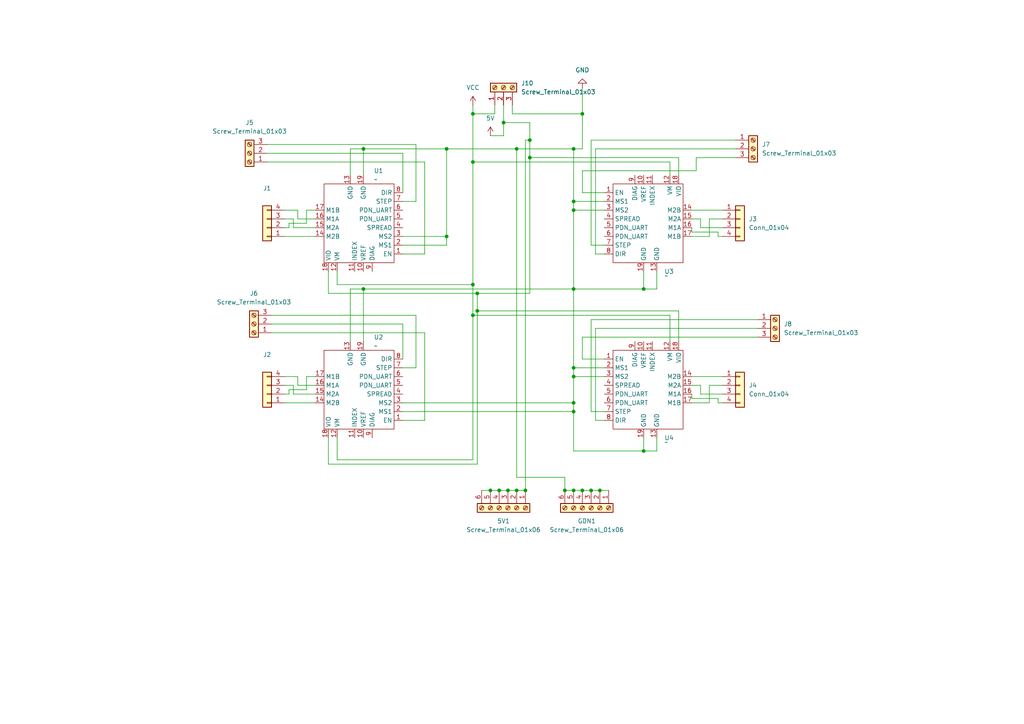
<source format=kicad_sch>
(kicad_sch
	(version 20250114)
	(generator "eeschema")
	(generator_version "9.0")
	(uuid "79f888d5-76c5-44c5-84ff-58f3a9642d65")
	(paper "A4")
	(lib_symbols
		(symbol "Connector:Screw_Terminal_01x03"
			(pin_names
				(offset 1.016)
				(hide yes)
			)
			(exclude_from_sim no)
			(in_bom yes)
			(on_board yes)
			(property "Reference" "J"
				(at 0 5.08 0)
				(effects
					(font
						(size 1.27 1.27)
					)
				)
			)
			(property "Value" "Screw_Terminal_01x03"
				(at 0 -5.08 0)
				(effects
					(font
						(size 1.27 1.27)
					)
				)
			)
			(property "Footprint" ""
				(at 0 0 0)
				(effects
					(font
						(size 1.27 1.27)
					)
					(hide yes)
				)
			)
			(property "Datasheet" "~"
				(at 0 0 0)
				(effects
					(font
						(size 1.27 1.27)
					)
					(hide yes)
				)
			)
			(property "Description" "Generic screw terminal, single row, 01x03, script generated (kicad-library-utils/schlib/autogen/connector/)"
				(at 0 0 0)
				(effects
					(font
						(size 1.27 1.27)
					)
					(hide yes)
				)
			)
			(property "ki_keywords" "screw terminal"
				(at 0 0 0)
				(effects
					(font
						(size 1.27 1.27)
					)
					(hide yes)
				)
			)
			(property "ki_fp_filters" "TerminalBlock*:*"
				(at 0 0 0)
				(effects
					(font
						(size 1.27 1.27)
					)
					(hide yes)
				)
			)
			(symbol "Screw_Terminal_01x03_1_1"
				(rectangle
					(start -1.27 3.81)
					(end 1.27 -3.81)
					(stroke
						(width 0.254)
						(type default)
					)
					(fill
						(type background)
					)
				)
				(polyline
					(pts
						(xy -0.5334 2.8702) (xy 0.3302 2.032)
					)
					(stroke
						(width 0.1524)
						(type default)
					)
					(fill
						(type none)
					)
				)
				(polyline
					(pts
						(xy -0.5334 0.3302) (xy 0.3302 -0.508)
					)
					(stroke
						(width 0.1524)
						(type default)
					)
					(fill
						(type none)
					)
				)
				(polyline
					(pts
						(xy -0.5334 -2.2098) (xy 0.3302 -3.048)
					)
					(stroke
						(width 0.1524)
						(type default)
					)
					(fill
						(type none)
					)
				)
				(polyline
					(pts
						(xy -0.3556 3.048) (xy 0.508 2.2098)
					)
					(stroke
						(width 0.1524)
						(type default)
					)
					(fill
						(type none)
					)
				)
				(polyline
					(pts
						(xy -0.3556 0.508) (xy 0.508 -0.3302)
					)
					(stroke
						(width 0.1524)
						(type default)
					)
					(fill
						(type none)
					)
				)
				(polyline
					(pts
						(xy -0.3556 -2.032) (xy 0.508 -2.8702)
					)
					(stroke
						(width 0.1524)
						(type default)
					)
					(fill
						(type none)
					)
				)
				(circle
					(center 0 2.54)
					(radius 0.635)
					(stroke
						(width 0.1524)
						(type default)
					)
					(fill
						(type none)
					)
				)
				(circle
					(center 0 0)
					(radius 0.635)
					(stroke
						(width 0.1524)
						(type default)
					)
					(fill
						(type none)
					)
				)
				(circle
					(center 0 -2.54)
					(radius 0.635)
					(stroke
						(width 0.1524)
						(type default)
					)
					(fill
						(type none)
					)
				)
				(pin passive line
					(at -5.08 2.54 0)
					(length 3.81)
					(name "Pin_1"
						(effects
							(font
								(size 1.27 1.27)
							)
						)
					)
					(number "1"
						(effects
							(font
								(size 1.27 1.27)
							)
						)
					)
				)
				(pin passive line
					(at -5.08 0 0)
					(length 3.81)
					(name "Pin_2"
						(effects
							(font
								(size 1.27 1.27)
							)
						)
					)
					(number "2"
						(effects
							(font
								(size 1.27 1.27)
							)
						)
					)
				)
				(pin passive line
					(at -5.08 -2.54 0)
					(length 3.81)
					(name "Pin_3"
						(effects
							(font
								(size 1.27 1.27)
							)
						)
					)
					(number "3"
						(effects
							(font
								(size 1.27 1.27)
							)
						)
					)
				)
			)
			(embedded_fonts no)
		)
		(symbol "Connector:Screw_Terminal_01x06"
			(pin_names
				(offset 1.016)
				(hide yes)
			)
			(exclude_from_sim no)
			(in_bom yes)
			(on_board yes)
			(property "Reference" "J"
				(at 0 7.62 0)
				(effects
					(font
						(size 1.27 1.27)
					)
				)
			)
			(property "Value" "Screw_Terminal_01x06"
				(at 0 -10.16 0)
				(effects
					(font
						(size 1.27 1.27)
					)
				)
			)
			(property "Footprint" ""
				(at 0 0 0)
				(effects
					(font
						(size 1.27 1.27)
					)
					(hide yes)
				)
			)
			(property "Datasheet" "~"
				(at 0 0 0)
				(effects
					(font
						(size 1.27 1.27)
					)
					(hide yes)
				)
			)
			(property "Description" "Generic screw terminal, single row, 01x06, script generated (kicad-library-utils/schlib/autogen/connector/)"
				(at 0 0 0)
				(effects
					(font
						(size 1.27 1.27)
					)
					(hide yes)
				)
			)
			(property "ki_keywords" "screw terminal"
				(at 0 0 0)
				(effects
					(font
						(size 1.27 1.27)
					)
					(hide yes)
				)
			)
			(property "ki_fp_filters" "TerminalBlock*:*"
				(at 0 0 0)
				(effects
					(font
						(size 1.27 1.27)
					)
					(hide yes)
				)
			)
			(symbol "Screw_Terminal_01x06_1_1"
				(rectangle
					(start -1.27 6.35)
					(end 1.27 -8.89)
					(stroke
						(width 0.254)
						(type default)
					)
					(fill
						(type background)
					)
				)
				(polyline
					(pts
						(xy -0.5334 5.4102) (xy 0.3302 4.572)
					)
					(stroke
						(width 0.1524)
						(type default)
					)
					(fill
						(type none)
					)
				)
				(polyline
					(pts
						(xy -0.5334 2.8702) (xy 0.3302 2.032)
					)
					(stroke
						(width 0.1524)
						(type default)
					)
					(fill
						(type none)
					)
				)
				(polyline
					(pts
						(xy -0.5334 0.3302) (xy 0.3302 -0.508)
					)
					(stroke
						(width 0.1524)
						(type default)
					)
					(fill
						(type none)
					)
				)
				(polyline
					(pts
						(xy -0.5334 -2.2098) (xy 0.3302 -3.048)
					)
					(stroke
						(width 0.1524)
						(type default)
					)
					(fill
						(type none)
					)
				)
				(polyline
					(pts
						(xy -0.5334 -4.7498) (xy 0.3302 -5.588)
					)
					(stroke
						(width 0.1524)
						(type default)
					)
					(fill
						(type none)
					)
				)
				(polyline
					(pts
						(xy -0.5334 -7.2898) (xy 0.3302 -8.128)
					)
					(stroke
						(width 0.1524)
						(type default)
					)
					(fill
						(type none)
					)
				)
				(polyline
					(pts
						(xy -0.3556 5.588) (xy 0.508 4.7498)
					)
					(stroke
						(width 0.1524)
						(type default)
					)
					(fill
						(type none)
					)
				)
				(polyline
					(pts
						(xy -0.3556 3.048) (xy 0.508 2.2098)
					)
					(stroke
						(width 0.1524)
						(type default)
					)
					(fill
						(type none)
					)
				)
				(polyline
					(pts
						(xy -0.3556 0.508) (xy 0.508 -0.3302)
					)
					(stroke
						(width 0.1524)
						(type default)
					)
					(fill
						(type none)
					)
				)
				(polyline
					(pts
						(xy -0.3556 -2.032) (xy 0.508 -2.8702)
					)
					(stroke
						(width 0.1524)
						(type default)
					)
					(fill
						(type none)
					)
				)
				(polyline
					(pts
						(xy -0.3556 -4.572) (xy 0.508 -5.4102)
					)
					(stroke
						(width 0.1524)
						(type default)
					)
					(fill
						(type none)
					)
				)
				(polyline
					(pts
						(xy -0.3556 -7.112) (xy 0.508 -7.9502)
					)
					(stroke
						(width 0.1524)
						(type default)
					)
					(fill
						(type none)
					)
				)
				(circle
					(center 0 5.08)
					(radius 0.635)
					(stroke
						(width 0.1524)
						(type default)
					)
					(fill
						(type none)
					)
				)
				(circle
					(center 0 2.54)
					(radius 0.635)
					(stroke
						(width 0.1524)
						(type default)
					)
					(fill
						(type none)
					)
				)
				(circle
					(center 0 0)
					(radius 0.635)
					(stroke
						(width 0.1524)
						(type default)
					)
					(fill
						(type none)
					)
				)
				(circle
					(center 0 -2.54)
					(radius 0.635)
					(stroke
						(width 0.1524)
						(type default)
					)
					(fill
						(type none)
					)
				)
				(circle
					(center 0 -5.08)
					(radius 0.635)
					(stroke
						(width 0.1524)
						(type default)
					)
					(fill
						(type none)
					)
				)
				(circle
					(center 0 -7.62)
					(radius 0.635)
					(stroke
						(width 0.1524)
						(type default)
					)
					(fill
						(type none)
					)
				)
				(pin passive line
					(at -5.08 5.08 0)
					(length 3.81)
					(name "Pin_1"
						(effects
							(font
								(size 1.27 1.27)
							)
						)
					)
					(number "1"
						(effects
							(font
								(size 1.27 1.27)
							)
						)
					)
				)
				(pin passive line
					(at -5.08 2.54 0)
					(length 3.81)
					(name "Pin_2"
						(effects
							(font
								(size 1.27 1.27)
							)
						)
					)
					(number "2"
						(effects
							(font
								(size 1.27 1.27)
							)
						)
					)
				)
				(pin passive line
					(at -5.08 0 0)
					(length 3.81)
					(name "Pin_3"
						(effects
							(font
								(size 1.27 1.27)
							)
						)
					)
					(number "3"
						(effects
							(font
								(size 1.27 1.27)
							)
						)
					)
				)
				(pin passive line
					(at -5.08 -2.54 0)
					(length 3.81)
					(name "Pin_4"
						(effects
							(font
								(size 1.27 1.27)
							)
						)
					)
					(number "4"
						(effects
							(font
								(size 1.27 1.27)
							)
						)
					)
				)
				(pin passive line
					(at -5.08 -5.08 0)
					(length 3.81)
					(name "Pin_5"
						(effects
							(font
								(size 1.27 1.27)
							)
						)
					)
					(number "5"
						(effects
							(font
								(size 1.27 1.27)
							)
						)
					)
				)
				(pin passive line
					(at -5.08 -7.62 0)
					(length 3.81)
					(name "Pin_6"
						(effects
							(font
								(size 1.27 1.27)
							)
						)
					)
					(number "6"
						(effects
							(font
								(size 1.27 1.27)
							)
						)
					)
				)
			)
			(embedded_fonts no)
		)
		(symbol "Connector_Generic:Conn_01x04"
			(pin_names
				(offset 1.016)
				(hide yes)
			)
			(exclude_from_sim no)
			(in_bom yes)
			(on_board yes)
			(property "Reference" "J"
				(at 0 5.08 0)
				(effects
					(font
						(size 1.27 1.27)
					)
				)
			)
			(property "Value" "Conn_01x04"
				(at 0 -7.62 0)
				(effects
					(font
						(size 1.27 1.27)
					)
				)
			)
			(property "Footprint" ""
				(at 0 0 0)
				(effects
					(font
						(size 1.27 1.27)
					)
					(hide yes)
				)
			)
			(property "Datasheet" "~"
				(at 0 0 0)
				(effects
					(font
						(size 1.27 1.27)
					)
					(hide yes)
				)
			)
			(property "Description" "Generic connector, single row, 01x04, script generated (kicad-library-utils/schlib/autogen/connector/)"
				(at 0 0 0)
				(effects
					(font
						(size 1.27 1.27)
					)
					(hide yes)
				)
			)
			(property "ki_keywords" "connector"
				(at 0 0 0)
				(effects
					(font
						(size 1.27 1.27)
					)
					(hide yes)
				)
			)
			(property "ki_fp_filters" "Connector*:*_1x??_*"
				(at 0 0 0)
				(effects
					(font
						(size 1.27 1.27)
					)
					(hide yes)
				)
			)
			(symbol "Conn_01x04_1_1"
				(rectangle
					(start -1.27 3.81)
					(end 1.27 -6.35)
					(stroke
						(width 0.254)
						(type default)
					)
					(fill
						(type background)
					)
				)
				(rectangle
					(start -1.27 2.667)
					(end 0 2.413)
					(stroke
						(width 0.1524)
						(type default)
					)
					(fill
						(type none)
					)
				)
				(rectangle
					(start -1.27 0.127)
					(end 0 -0.127)
					(stroke
						(width 0.1524)
						(type default)
					)
					(fill
						(type none)
					)
				)
				(rectangle
					(start -1.27 -2.413)
					(end 0 -2.667)
					(stroke
						(width 0.1524)
						(type default)
					)
					(fill
						(type none)
					)
				)
				(rectangle
					(start -1.27 -4.953)
					(end 0 -5.207)
					(stroke
						(width 0.1524)
						(type default)
					)
					(fill
						(type none)
					)
				)
				(pin passive line
					(at -5.08 2.54 0)
					(length 3.81)
					(name "Pin_1"
						(effects
							(font
								(size 1.27 1.27)
							)
						)
					)
					(number "1"
						(effects
							(font
								(size 1.27 1.27)
							)
						)
					)
				)
				(pin passive line
					(at -5.08 0 0)
					(length 3.81)
					(name "Pin_2"
						(effects
							(font
								(size 1.27 1.27)
							)
						)
					)
					(number "2"
						(effects
							(font
								(size 1.27 1.27)
							)
						)
					)
				)
				(pin passive line
					(at -5.08 -2.54 0)
					(length 3.81)
					(name "Pin_3"
						(effects
							(font
								(size 1.27 1.27)
							)
						)
					)
					(number "3"
						(effects
							(font
								(size 1.27 1.27)
							)
						)
					)
				)
				(pin passive line
					(at -5.08 -5.08 0)
					(length 3.81)
					(name "Pin_4"
						(effects
							(font
								(size 1.27 1.27)
							)
						)
					)
					(number "4"
						(effects
							(font
								(size 1.27 1.27)
							)
						)
					)
				)
			)
			(embedded_fonts no)
		)
		(symbol "TCM2209:TCM2209"
			(exclude_from_sim no)
			(in_bom yes)
			(on_board yes)
			(property "Reference" "U"
				(at -2.54 2.54 0)
				(effects
					(font
						(size 1.27 1.27)
					)
				)
			)
			(property "Value" ""
				(at -2.54 2.54 0)
				(effects
					(font
						(size 1.27 1.27)
					)
				)
			)
			(property "Footprint" ""
				(at -2.54 2.54 0)
				(effects
					(font
						(size 1.27 1.27)
					)
					(hide yes)
				)
			)
			(property "Datasheet" ""
				(at -2.54 2.54 0)
				(effects
					(font
						(size 1.27 1.27)
					)
					(hide yes)
				)
			)
			(property "Description" ""
				(at -2.54 2.54 0)
				(effects
					(font
						(size 1.27 1.27)
					)
					(hide yes)
				)
			)
			(symbol "TCM2209_0_1"
				(rectangle
					(start -8.89 8.89)
					(end 11.43 -13.97)
					(stroke
						(width 0)
						(type default)
					)
					(fill
						(type none)
					)
				)
			)
			(symbol "TCM2209_1_1"
				(pin input line
					(at -11.43 6.35 0)
					(length 2.54)
					(name "EN"
						(effects
							(font
								(size 1.27 1.27)
							)
						)
					)
					(number "1"
						(effects
							(font
								(size 1.27 1.27)
							)
						)
					)
				)
				(pin input line
					(at -11.43 3.81 0)
					(length 2.54)
					(name "MS1"
						(effects
							(font
								(size 1.27 1.27)
							)
						)
					)
					(number "2"
						(effects
							(font
								(size 1.27 1.27)
							)
						)
					)
				)
				(pin input line
					(at -11.43 1.27 0)
					(length 2.54)
					(name "MS2"
						(effects
							(font
								(size 1.27 1.27)
							)
						)
					)
					(number "3"
						(effects
							(font
								(size 1.27 1.27)
							)
						)
					)
				)
				(pin input line
					(at -11.43 -1.27 0)
					(length 2.54)
					(name "SPREAD"
						(effects
							(font
								(size 1.27 1.27)
							)
						)
					)
					(number "4"
						(effects
							(font
								(size 1.27 1.27)
							)
						)
					)
				)
				(pin bidirectional line
					(at -11.43 -3.81 0)
					(length 2.54)
					(name "PDN_UART"
						(effects
							(font
								(size 1.27 1.27)
							)
						)
					)
					(number "5"
						(effects
							(font
								(size 1.27 1.27)
							)
						)
					)
				)
				(pin bidirectional line
					(at -11.43 -6.35 0)
					(length 2.54)
					(name "PDN_UART"
						(effects
							(font
								(size 1.27 1.27)
							)
						)
					)
					(number "6"
						(effects
							(font
								(size 1.27 1.27)
							)
						)
					)
				)
				(pin input line
					(at -11.43 -8.89 0)
					(length 2.54)
					(name "STEP"
						(effects
							(font
								(size 1.27 1.27)
							)
						)
					)
					(number "7"
						(effects
							(font
								(size 1.27 1.27)
							)
						)
					)
				)
				(pin input line
					(at -11.43 -11.43 0)
					(length 2.54)
					(name "DIR"
						(effects
							(font
								(size 1.27 1.27)
							)
						)
					)
					(number "8"
						(effects
							(font
								(size 1.27 1.27)
							)
						)
					)
				)
				(pin output line
					(at -2.54 11.43 270)
					(length 2.54)
					(name "DIAG"
						(effects
							(font
								(size 1.27 1.27)
							)
						)
					)
					(number "9"
						(effects
							(font
								(size 1.27 1.27)
							)
						)
					)
				)
				(pin input line
					(at 0 11.43 270)
					(length 2.54)
					(name "VREF"
						(effects
							(font
								(size 1.27 1.27)
							)
						)
					)
					(number "10"
						(effects
							(font
								(size 1.27 1.27)
							)
						)
					)
				)
				(pin output line
					(at 0 -16.51 90)
					(length 2.54)
					(name "GND"
						(effects
							(font
								(size 1.27 1.27)
							)
						)
					)
					(number "19"
						(effects
							(font
								(size 1.27 1.27)
							)
						)
					)
				)
				(pin output line
					(at 2.54 11.43 270)
					(length 2.54)
					(name "INDEX"
						(effects
							(font
								(size 1.27 1.27)
							)
						)
					)
					(number "11"
						(effects
							(font
								(size 1.27 1.27)
							)
						)
					)
				)
				(pin output line
					(at 3.81 -16.51 90)
					(length 2.54)
					(name "GND"
						(effects
							(font
								(size 1.27 1.27)
							)
						)
					)
					(number "13"
						(effects
							(font
								(size 1.27 1.27)
							)
						)
					)
				)
				(pin input line
					(at 7.62 11.43 270)
					(length 2.54)
					(name "VM"
						(effects
							(font
								(size 1.27 1.27)
							)
						)
					)
					(number "12"
						(effects
							(font
								(size 1.27 1.27)
							)
						)
					)
				)
				(pin input line
					(at 10.16 11.43 270)
					(length 2.54)
					(name "VIO"
						(effects
							(font
								(size 1.27 1.27)
							)
						)
					)
					(number "18"
						(effects
							(font
								(size 1.27 1.27)
							)
						)
					)
				)
				(pin output line
					(at 13.97 1.27 180)
					(length 2.54)
					(name "M2B"
						(effects
							(font
								(size 1.27 1.27)
							)
						)
					)
					(number "14"
						(effects
							(font
								(size 1.27 1.27)
							)
						)
					)
				)
				(pin output line
					(at 13.97 -1.27 180)
					(length 2.54)
					(name "M2A"
						(effects
							(font
								(size 1.27 1.27)
							)
						)
					)
					(number "15"
						(effects
							(font
								(size 1.27 1.27)
							)
						)
					)
				)
				(pin output line
					(at 13.97 -3.81 180)
					(length 2.54)
					(name "M1A"
						(effects
							(font
								(size 1.27 1.27)
							)
						)
					)
					(number "16"
						(effects
							(font
								(size 1.27 1.27)
							)
						)
					)
				)
				(pin output line
					(at 13.97 -6.35 180)
					(length 2.54)
					(name "M1B"
						(effects
							(font
								(size 1.27 1.27)
							)
						)
					)
					(number "17"
						(effects
							(font
								(size 1.27 1.27)
							)
						)
					)
				)
			)
			(embedded_fonts no)
		)
		(symbol "power:+3V3"
			(power)
			(pin_numbers
				(hide yes)
			)
			(pin_names
				(offset 0)
				(hide yes)
			)
			(exclude_from_sim no)
			(in_bom yes)
			(on_board yes)
			(property "Reference" "#PWR"
				(at 0 -3.81 0)
				(effects
					(font
						(size 1.27 1.27)
					)
					(hide yes)
				)
			)
			(property "Value" "+3V3"
				(at 0 3.556 0)
				(effects
					(font
						(size 1.27 1.27)
					)
				)
			)
			(property "Footprint" ""
				(at 0 0 0)
				(effects
					(font
						(size 1.27 1.27)
					)
					(hide yes)
				)
			)
			(property "Datasheet" ""
				(at 0 0 0)
				(effects
					(font
						(size 1.27 1.27)
					)
					(hide yes)
				)
			)
			(property "Description" "Power symbol creates a global label with name \"+3V3\""
				(at 0 0 0)
				(effects
					(font
						(size 1.27 1.27)
					)
					(hide yes)
				)
			)
			(property "ki_keywords" "global power"
				(at 0 0 0)
				(effects
					(font
						(size 1.27 1.27)
					)
					(hide yes)
				)
			)
			(symbol "+3V3_0_1"
				(polyline
					(pts
						(xy -0.762 1.27) (xy 0 2.54)
					)
					(stroke
						(width 0)
						(type default)
					)
					(fill
						(type none)
					)
				)
				(polyline
					(pts
						(xy 0 2.54) (xy 0.762 1.27)
					)
					(stroke
						(width 0)
						(type default)
					)
					(fill
						(type none)
					)
				)
				(polyline
					(pts
						(xy 0 0) (xy 0 2.54)
					)
					(stroke
						(width 0)
						(type default)
					)
					(fill
						(type none)
					)
				)
			)
			(symbol "+3V3_1_1"
				(pin power_in line
					(at 0 0 90)
					(length 0)
					(name "~"
						(effects
							(font
								(size 1.27 1.27)
							)
						)
					)
					(number "1"
						(effects
							(font
								(size 1.27 1.27)
							)
						)
					)
				)
			)
			(embedded_fonts no)
		)
		(symbol "power:GND"
			(power)
			(pin_numbers
				(hide yes)
			)
			(pin_names
				(offset 0)
				(hide yes)
			)
			(exclude_from_sim no)
			(in_bom yes)
			(on_board yes)
			(property "Reference" "#PWR"
				(at 0 -6.35 0)
				(effects
					(font
						(size 1.27 1.27)
					)
					(hide yes)
				)
			)
			(property "Value" "GND"
				(at 0 -3.81 0)
				(effects
					(font
						(size 1.27 1.27)
					)
				)
			)
			(property "Footprint" ""
				(at 0 0 0)
				(effects
					(font
						(size 1.27 1.27)
					)
					(hide yes)
				)
			)
			(property "Datasheet" ""
				(at 0 0 0)
				(effects
					(font
						(size 1.27 1.27)
					)
					(hide yes)
				)
			)
			(property "Description" "Power symbol creates a global label with name \"GND\" , ground"
				(at 0 0 0)
				(effects
					(font
						(size 1.27 1.27)
					)
					(hide yes)
				)
			)
			(property "ki_keywords" "global power"
				(at 0 0 0)
				(effects
					(font
						(size 1.27 1.27)
					)
					(hide yes)
				)
			)
			(symbol "GND_0_1"
				(polyline
					(pts
						(xy 0 0) (xy 0 -1.27) (xy 1.27 -1.27) (xy 0 -2.54) (xy -1.27 -1.27) (xy 0 -1.27)
					)
					(stroke
						(width 0)
						(type default)
					)
					(fill
						(type none)
					)
				)
			)
			(symbol "GND_1_1"
				(pin power_in line
					(at 0 0 270)
					(length 0)
					(name "~"
						(effects
							(font
								(size 1.27 1.27)
							)
						)
					)
					(number "1"
						(effects
							(font
								(size 1.27 1.27)
							)
						)
					)
				)
			)
			(embedded_fonts no)
		)
		(symbol "power:VCC"
			(power)
			(pin_numbers
				(hide yes)
			)
			(pin_names
				(offset 0)
				(hide yes)
			)
			(exclude_from_sim no)
			(in_bom yes)
			(on_board yes)
			(property "Reference" "#PWR"
				(at 0 -3.81 0)
				(effects
					(font
						(size 1.27 1.27)
					)
					(hide yes)
				)
			)
			(property "Value" "VCC"
				(at 0 3.556 0)
				(effects
					(font
						(size 1.27 1.27)
					)
				)
			)
			(property "Footprint" ""
				(at 0 0 0)
				(effects
					(font
						(size 1.27 1.27)
					)
					(hide yes)
				)
			)
			(property "Datasheet" ""
				(at 0 0 0)
				(effects
					(font
						(size 1.27 1.27)
					)
					(hide yes)
				)
			)
			(property "Description" "Power symbol creates a global label with name \"VCC\""
				(at 0 0 0)
				(effects
					(font
						(size 1.27 1.27)
					)
					(hide yes)
				)
			)
			(property "ki_keywords" "global power"
				(at 0 0 0)
				(effects
					(font
						(size 1.27 1.27)
					)
					(hide yes)
				)
			)
			(symbol "VCC_0_1"
				(polyline
					(pts
						(xy -0.762 1.27) (xy 0 2.54)
					)
					(stroke
						(width 0)
						(type default)
					)
					(fill
						(type none)
					)
				)
				(polyline
					(pts
						(xy 0 2.54) (xy 0.762 1.27)
					)
					(stroke
						(width 0)
						(type default)
					)
					(fill
						(type none)
					)
				)
				(polyline
					(pts
						(xy 0 0) (xy 0 2.54)
					)
					(stroke
						(width 0)
						(type default)
					)
					(fill
						(type none)
					)
				)
			)
			(symbol "VCC_1_1"
				(pin power_in line
					(at 0 0 90)
					(length 0)
					(name "~"
						(effects
							(font
								(size 1.27 1.27)
							)
						)
					)
					(number "1"
						(effects
							(font
								(size 1.27 1.27)
							)
						)
					)
				)
			)
			(embedded_fonts no)
		)
	)
	(junction
		(at 137.16 33.02)
		(diameter 0)
		(color 0 0 0 0)
		(uuid "016b5854-9bf9-4715-8ac9-1fc065864577")
	)
	(junction
		(at 146.05 35.56)
		(diameter 0)
		(color 0 0 0 0)
		(uuid "05649791-4afd-4a49-87c0-69e038cf4f0d")
	)
	(junction
		(at 153.67 40.64)
		(diameter 0)
		(color 0 0 0 0)
		(uuid "0dd4fbfc-c47b-459c-b526-c40b031a460a")
	)
	(junction
		(at 137.16 82.55)
		(diameter 0)
		(color 0 0 0 0)
		(uuid "12d86d68-3b45-424a-a069-5c9043bdeccf")
	)
	(junction
		(at 105.41 43.18)
		(diameter 0)
		(color 0 0 0 0)
		(uuid "184f55b6-caad-43d8-8c4a-a3518be54d3c")
	)
	(junction
		(at 166.37 60.96)
		(diameter 0)
		(color 0 0 0 0)
		(uuid "23d86537-9119-4597-847d-64959956d9e1")
	)
	(junction
		(at 171.45 142.24)
		(diameter 0)
		(color 0 0 0 0)
		(uuid "2b8f15f3-0123-4fb2-98c5-37265d49a432")
	)
	(junction
		(at 137.16 46.99)
		(diameter 0)
		(color 0 0 0 0)
		(uuid "2da8e273-efc9-46f1-9964-b4fc3ead908c")
	)
	(junction
		(at 153.67 45.72)
		(diameter 0)
		(color 0 0 0 0)
		(uuid "3b74434a-1b2b-45f0-972e-708c98eaf786")
	)
	(junction
		(at 129.54 68.58)
		(diameter 0)
		(color 0 0 0 0)
		(uuid "3cfff2ce-cde0-434a-8c6d-355cd93bfae4")
	)
	(junction
		(at 168.91 33.02)
		(diameter 0)
		(color 0 0 0 0)
		(uuid "5ccc5869-0ed5-43e1-9ab5-c41c4b63b01e")
	)
	(junction
		(at 142.24 142.24)
		(diameter 0)
		(color 0 0 0 0)
		(uuid "63ad2f0c-0031-4377-9b6b-de117e075ee1")
	)
	(junction
		(at 173.99 142.24)
		(diameter 0)
		(color 0 0 0 0)
		(uuid "63f26d43-6ee2-4831-a87e-5681bfb758a7")
	)
	(junction
		(at 144.78 142.24)
		(diameter 0)
		(color 0 0 0 0)
		(uuid "6c44c983-3202-49a5-a3f1-7b5fcceb46b8")
	)
	(junction
		(at 129.54 43.18)
		(diameter 0)
		(color 0 0 0 0)
		(uuid "6fbbf451-e690-473f-8e00-a645f2505140")
	)
	(junction
		(at 149.86 43.18)
		(diameter 0)
		(color 0 0 0 0)
		(uuid "8c7e3a87-b6ee-4477-af0c-72bd0437c764")
	)
	(junction
		(at 166.37 119.38)
		(diameter 0)
		(color 0 0 0 0)
		(uuid "9919f451-f695-44eb-90b7-9c2a9bb41ab3")
	)
	(junction
		(at 166.37 58.42)
		(diameter 0)
		(color 0 0 0 0)
		(uuid "b7e15c10-c6cc-4a24-ad89-78c5157ff9fc")
	)
	(junction
		(at 163.83 142.24)
		(diameter 0)
		(color 0 0 0 0)
		(uuid "b8218f8b-3ab2-44c3-be83-2ccba4a8040f")
	)
	(junction
		(at 138.43 85.09)
		(diameter 0)
		(color 0 0 0 0)
		(uuid "b82bb87f-1948-4180-a6bc-97c804b2271d")
	)
	(junction
		(at 166.37 83.82)
		(diameter 0)
		(color 0 0 0 0)
		(uuid "c18400ef-a458-4e25-a3af-648a0101e0b4")
	)
	(junction
		(at 166.37 43.18)
		(diameter 0)
		(color 0 0 0 0)
		(uuid "cac07e8e-3952-4fae-9d82-9e50c5388c97")
	)
	(junction
		(at 186.69 130.81)
		(diameter 0)
		(color 0 0 0 0)
		(uuid "cd27b41e-4864-4b55-b939-a01b56f02dae")
	)
	(junction
		(at 166.37 142.24)
		(diameter 0)
		(color 0 0 0 0)
		(uuid "cd505be4-4eb8-4640-9f9b-5c7f5cc3da34")
	)
	(junction
		(at 166.37 109.22)
		(diameter 0)
		(color 0 0 0 0)
		(uuid "d593430c-f432-44aa-a3e5-e0bc3dd99421")
	)
	(junction
		(at 147.32 142.24)
		(diameter 0)
		(color 0 0 0 0)
		(uuid "d6402733-45a3-4c94-a059-ea35f17bca5f")
	)
	(junction
		(at 166.37 116.84)
		(diameter 0)
		(color 0 0 0 0)
		(uuid "db62e3e9-1cd5-491f-871c-bd33600c01ab")
	)
	(junction
		(at 149.86 142.24)
		(diameter 0)
		(color 0 0 0 0)
		(uuid "dbcf613d-67bc-4bc2-a189-47f1b6ebba1e")
	)
	(junction
		(at 105.41 83.82)
		(diameter 0)
		(color 0 0 0 0)
		(uuid "dccb85e6-c936-4496-a9d3-b5253c208c1c")
	)
	(junction
		(at 186.69 83.82)
		(diameter 0)
		(color 0 0 0 0)
		(uuid "efc17a9c-5d7e-4a13-9306-90bb5f0ab60e")
	)
	(junction
		(at 168.91 142.24)
		(diameter 0)
		(color 0 0 0 0)
		(uuid "f416c9bd-fd81-4a9f-8666-d0ffa08f7af5")
	)
	(junction
		(at 137.16 91.44)
		(diameter 0)
		(color 0 0 0 0)
		(uuid "f5076ee8-33a1-48fd-80b1-e2f2b4c45189")
	)
	(junction
		(at 166.37 106.68)
		(diameter 0)
		(color 0 0 0 0)
		(uuid "f80944a4-a589-4da0-b113-5c8a7b31a5f3")
	)
	(junction
		(at 152.4 142.24)
		(diameter 0)
		(color 0 0 0 0)
		(uuid "f80e1138-2748-4ec9-9051-39dc365def05")
	)
	(junction
		(at 138.43 90.17)
		(diameter 0)
		(color 0 0 0 0)
		(uuid "fcb770e3-1a1c-4584-84fc-d4b64468541c")
	)
	(wire
		(pts
			(xy 219.71 97.79) (xy 168.91 97.79)
		)
		(stroke
			(width 0)
			(type default)
		)
		(uuid "01bd7c81-d799-4603-8d71-34c218b221ca")
	)
	(wire
		(pts
			(xy 86.36 111.76) (xy 91.44 111.76)
		)
		(stroke
			(width 0)
			(type default)
		)
		(uuid "0201fde1-2847-47ff-a87b-f706ecd85b97")
	)
	(wire
		(pts
			(xy 173.99 142.24) (xy 176.53 142.24)
		)
		(stroke
			(width 0)
			(type default)
		)
		(uuid "03b11265-aeec-40d8-a0b0-586809b93838")
	)
	(wire
		(pts
			(xy 105.41 50.8) (xy 105.41 43.18)
		)
		(stroke
			(width 0)
			(type default)
		)
		(uuid "0715bc0c-4f56-4cf6-aa51-6259a95714e2")
	)
	(wire
		(pts
			(xy 95.25 127) (xy 95.25 134.62)
		)
		(stroke
			(width 0)
			(type default)
		)
		(uuid "07966398-5684-4594-a40a-cc52da604617")
	)
	(wire
		(pts
			(xy 172.72 121.92) (xy 172.72 95.25)
		)
		(stroke
			(width 0)
			(type default)
		)
		(uuid "09749d9c-6dd3-419a-a9fb-1711b91d39f2")
	)
	(wire
		(pts
			(xy 190.5 127) (xy 190.5 130.81)
		)
		(stroke
			(width 0)
			(type default)
		)
		(uuid "0a29ce4f-81ea-4934-8d64-3179c6523752")
	)
	(wire
		(pts
			(xy 146.05 39.37) (xy 142.24 39.37)
		)
		(stroke
			(width 0)
			(type default)
		)
		(uuid "0a5aee18-d6d2-4360-b35d-bd7c54cd3f50")
	)
	(wire
		(pts
			(xy 196.85 45.72) (xy 153.67 45.72)
		)
		(stroke
			(width 0)
			(type default)
		)
		(uuid "0b3e4b57-f5f4-4871-8a76-88b0924b8cf8")
	)
	(wire
		(pts
			(xy 82.55 63.5) (xy 85.09 63.5)
		)
		(stroke
			(width 0)
			(type default)
		)
		(uuid "0cb603f2-7d60-4b5f-8775-17307ca265ec")
	)
	(wire
		(pts
			(xy 171.45 71.12) (xy 171.45 40.64)
		)
		(stroke
			(width 0)
			(type default)
		)
		(uuid "0cc790b9-d075-48f7-ba8d-6755f3f79198")
	)
	(wire
		(pts
			(xy 201.93 45.72) (xy 201.93 49.53)
		)
		(stroke
			(width 0)
			(type default)
		)
		(uuid "0df9dcb3-d360-4ac8-81b9-9d872075a369")
	)
	(wire
		(pts
			(xy 186.69 127) (xy 186.69 130.81)
		)
		(stroke
			(width 0)
			(type default)
		)
		(uuid "0f39dc9c-d415-4769-b7e0-3f5f78f92c99")
	)
	(wire
		(pts
			(xy 137.16 33.02) (xy 137.16 46.99)
		)
		(stroke
			(width 0)
			(type default)
		)
		(uuid "112230a5-ec11-4d10-b472-8d7283aa332f")
	)
	(wire
		(pts
			(xy 120.65 106.68) (xy 120.65 91.44)
		)
		(stroke
			(width 0)
			(type default)
		)
		(uuid "150da4bc-c973-4fc0-b2de-85114f3a36e3")
	)
	(wire
		(pts
			(xy 82.55 60.96) (xy 86.36 60.96)
		)
		(stroke
			(width 0)
			(type default)
		)
		(uuid "15d68547-c769-4bff-86ef-24a336b95127")
	)
	(wire
		(pts
			(xy 82.55 116.84) (xy 91.44 116.84)
		)
		(stroke
			(width 0)
			(type default)
		)
		(uuid "16c2c20f-b761-481c-8e57-fb4a2e439c0e")
	)
	(wire
		(pts
			(xy 153.67 40.64) (xy 153.67 45.72)
		)
		(stroke
			(width 0)
			(type default)
		)
		(uuid "181eb1a5-543e-4181-851c-0abc8a48bc2b")
	)
	(wire
		(pts
			(xy 129.54 43.18) (xy 149.86 43.18)
		)
		(stroke
			(width 0)
			(type default)
		)
		(uuid "18409256-0a52-4881-85ba-345c6ae93f42")
	)
	(wire
		(pts
			(xy 172.72 73.66) (xy 172.72 43.18)
		)
		(stroke
			(width 0)
			(type default)
		)
		(uuid "18b84d15-9a3a-419c-bf73-2b74436bcb24")
	)
	(wire
		(pts
			(xy 123.19 73.66) (xy 116.84 73.66)
		)
		(stroke
			(width 0)
			(type default)
		)
		(uuid "1999d530-6216-4c72-adaf-1278391555de")
	)
	(wire
		(pts
			(xy 153.67 35.56) (xy 153.67 40.64)
		)
		(stroke
			(width 0)
			(type default)
		)
		(uuid "19bf06e7-179a-4879-a964-4de3f2137920")
	)
	(wire
		(pts
			(xy 142.24 142.24) (xy 144.78 142.24)
		)
		(stroke
			(width 0)
			(type default)
		)
		(uuid "1a375e32-97ed-4177-8713-7d74bddf6126")
	)
	(wire
		(pts
			(xy 116.84 68.58) (xy 129.54 68.58)
		)
		(stroke
			(width 0)
			(type default)
		)
		(uuid "1ac38da0-c844-4cb0-8280-eba5997c3c15")
	)
	(wire
		(pts
			(xy 123.19 46.99) (xy 123.19 73.66)
		)
		(stroke
			(width 0)
			(type default)
		)
		(uuid "1ba36390-2436-4d01-8050-c1a09790729f")
	)
	(wire
		(pts
			(xy 205.74 68.58) (xy 200.66 68.58)
		)
		(stroke
			(width 0)
			(type default)
		)
		(uuid "1d6dd707-2c12-48db-be83-aa4ed7333c45")
	)
	(wire
		(pts
			(xy 196.85 50.8) (xy 196.85 45.72)
		)
		(stroke
			(width 0)
			(type default)
		)
		(uuid "1e8bab4e-7256-4406-989f-f1534a9449eb")
	)
	(wire
		(pts
			(xy 144.78 142.24) (xy 147.32 142.24)
		)
		(stroke
			(width 0)
			(type default)
		)
		(uuid "1f75a679-b9ec-4df6-b946-a718342ff795")
	)
	(wire
		(pts
			(xy 86.36 60.96) (xy 86.36 63.5)
		)
		(stroke
			(width 0)
			(type default)
		)
		(uuid "2084187b-bb3a-482d-8766-21a5881e01a2")
	)
	(wire
		(pts
			(xy 97.79 82.55) (xy 137.16 82.55)
		)
		(stroke
			(width 0)
			(type default)
		)
		(uuid "235abd27-0612-4b97-a551-01039b37e5d3")
	)
	(wire
		(pts
			(xy 85.09 66.04) (xy 91.44 66.04)
		)
		(stroke
			(width 0)
			(type default)
		)
		(uuid "23fba240-40fe-4fb4-b91d-3faa1294b662")
	)
	(wire
		(pts
			(xy 148.59 33.02) (xy 168.91 33.02)
		)
		(stroke
			(width 0)
			(type default)
		)
		(uuid "24905704-c33e-4a8b-9bf9-758f6add543f")
	)
	(wire
		(pts
			(xy 149.86 43.18) (xy 149.86 138.43)
		)
		(stroke
			(width 0)
			(type default)
		)
		(uuid "24de1607-444f-4925-86dc-737f66edf0f7")
	)
	(wire
		(pts
			(xy 168.91 97.79) (xy 168.91 104.14)
		)
		(stroke
			(width 0)
			(type default)
		)
		(uuid "268cac76-17a9-4e26-90b4-4001e05087b5")
	)
	(wire
		(pts
			(xy 152.4 40.64) (xy 152.4 142.24)
		)
		(stroke
			(width 0)
			(type default)
		)
		(uuid "28dc9b69-7e08-4ba1-8bce-8b70c093bfaf")
	)
	(wire
		(pts
			(xy 175.26 119.38) (xy 171.45 119.38)
		)
		(stroke
			(width 0)
			(type default)
		)
		(uuid "2ed4c6f5-cfc6-4cbe-941a-27d9ce0e82b6")
	)
	(wire
		(pts
			(xy 172.72 95.25) (xy 219.71 95.25)
		)
		(stroke
			(width 0)
			(type default)
		)
		(uuid "2f532c5e-7b3f-47e4-a794-db3ea8e7d92c")
	)
	(wire
		(pts
			(xy 203.2 114.3) (xy 209.55 114.3)
		)
		(stroke
			(width 0)
			(type default)
		)
		(uuid "2faaaed7-1ec6-4622-8077-1206cb8aaa86")
	)
	(wire
		(pts
			(xy 208.28 67.31) (xy 200.66 67.31)
		)
		(stroke
			(width 0)
			(type default)
		)
		(uuid "3234b05c-8313-4179-85c1-49c0a1c80231")
	)
	(wire
		(pts
			(xy 186.69 83.82) (xy 166.37 83.82)
		)
		(stroke
			(width 0)
			(type default)
		)
		(uuid "34cc891c-996d-4f2e-855e-6040b1b9ae63")
	)
	(wire
		(pts
			(xy 209.55 66.04) (xy 203.2 66.04)
		)
		(stroke
			(width 0)
			(type default)
		)
		(uuid "384ee5f8-3e36-4684-8c71-22ebff766267")
	)
	(wire
		(pts
			(xy 200.66 109.22) (xy 209.55 109.22)
		)
		(stroke
			(width 0)
			(type default)
		)
		(uuid "39be768e-3718-486b-baf1-f0a89d35c10a")
	)
	(wire
		(pts
			(xy 190.5 78.74) (xy 190.5 83.82)
		)
		(stroke
			(width 0)
			(type default)
		)
		(uuid "3a748cf0-3ddd-469b-9198-abb61c83408f")
	)
	(wire
		(pts
			(xy 85.09 114.3) (xy 91.44 114.3)
		)
		(stroke
			(width 0)
			(type default)
		)
		(uuid "3c2d9b18-cfa4-4086-ab23-012e9d0eec66")
	)
	(wire
		(pts
			(xy 200.66 60.96) (xy 209.55 60.96)
		)
		(stroke
			(width 0)
			(type default)
		)
		(uuid "3cf26159-9e0f-47b3-8cbd-a674c4c2e84b")
	)
	(wire
		(pts
			(xy 200.66 67.31) (xy 200.66 66.04)
		)
		(stroke
			(width 0)
			(type default)
		)
		(uuid "3e6be0b8-9369-4378-8d79-6d32a65c6690")
	)
	(wire
		(pts
			(xy 209.55 116.84) (xy 208.28 116.84)
		)
		(stroke
			(width 0)
			(type default)
		)
		(uuid "438b6559-9aa0-45d5-99d6-d318a654a583")
	)
	(wire
		(pts
			(xy 171.45 40.64) (xy 213.36 40.64)
		)
		(stroke
			(width 0)
			(type default)
		)
		(uuid "448d96d3-f7f7-4879-9295-6098b83d8df0")
	)
	(wire
		(pts
			(xy 200.66 116.84) (xy 205.74 116.84)
		)
		(stroke
			(width 0)
			(type default)
		)
		(uuid "4a0f6ee7-b598-4cf8-b917-f6424927a639")
	)
	(wire
		(pts
			(xy 83.82 66.04) (xy 83.82 64.77)
		)
		(stroke
			(width 0)
			(type default)
		)
		(uuid "4a5f3e4c-11ad-46e7-8d37-6a7b83d7550e")
	)
	(wire
		(pts
			(xy 166.37 58.42) (xy 166.37 43.18)
		)
		(stroke
			(width 0)
			(type default)
		)
		(uuid "4dc0a662-1d91-443c-b918-90d55cc24ff3")
	)
	(wire
		(pts
			(xy 116.84 58.42) (xy 120.65 58.42)
		)
		(stroke
			(width 0)
			(type default)
		)
		(uuid "4dcd4fc3-ec34-4851-9eff-1d71c0e61afb")
	)
	(wire
		(pts
			(xy 101.6 50.8) (xy 101.6 43.18)
		)
		(stroke
			(width 0)
			(type default)
		)
		(uuid "4e4a7019-3f1b-4c64-8f06-8df51abdc2b1")
	)
	(wire
		(pts
			(xy 86.36 109.22) (xy 86.36 111.76)
		)
		(stroke
			(width 0)
			(type default)
		)
		(uuid "4f673513-0faf-4438-8979-81111d80b0c8")
	)
	(wire
		(pts
			(xy 123.19 96.52) (xy 123.19 121.92)
		)
		(stroke
			(width 0)
			(type default)
		)
		(uuid "545d6695-434d-40bd-b6d8-264db2d1bb68")
	)
	(wire
		(pts
			(xy 203.2 66.04) (xy 203.2 63.5)
		)
		(stroke
			(width 0)
			(type default)
		)
		(uuid "58f01a24-d462-4070-b96c-579ed3af6b95")
	)
	(wire
		(pts
			(xy 116.84 119.38) (xy 166.37 119.38)
		)
		(stroke
			(width 0)
			(type default)
		)
		(uuid "596c56c1-dd17-49d9-96c0-4bec88e54f8f")
	)
	(wire
		(pts
			(xy 148.59 30.48) (xy 148.59 33.02)
		)
		(stroke
			(width 0)
			(type default)
		)
		(uuid "597ee3db-d3b2-4521-9a9f-281cca1ff7d4")
	)
	(wire
		(pts
			(xy 95.25 85.09) (xy 138.43 85.09)
		)
		(stroke
			(width 0)
			(type default)
		)
		(uuid "5a76455e-52c2-4064-a503-8df62257848c")
	)
	(wire
		(pts
			(xy 97.79 78.74) (xy 97.79 82.55)
		)
		(stroke
			(width 0)
			(type default)
		)
		(uuid "5a8ba9c1-cac2-4eee-b4cc-34a3ce110e81")
	)
	(wire
		(pts
			(xy 201.93 49.53) (xy 168.91 49.53)
		)
		(stroke
			(width 0)
			(type default)
		)
		(uuid "5aa6faa1-7e72-4d9b-825f-39fa3c4e9f6b")
	)
	(wire
		(pts
			(xy 146.05 35.56) (xy 153.67 35.56)
		)
		(stroke
			(width 0)
			(type default)
		)
		(uuid "5ee329bd-f4bf-466d-a421-47ace5cddc97")
	)
	(wire
		(pts
			(xy 163.83 138.43) (xy 163.83 142.24)
		)
		(stroke
			(width 0)
			(type default)
		)
		(uuid "5f9838ad-4bc3-4e17-afc2-3ade4d824ec7")
	)
	(wire
		(pts
			(xy 147.32 142.24) (xy 149.86 142.24)
		)
		(stroke
			(width 0)
			(type default)
		)
		(uuid "620c5390-86ce-4125-ad81-c0113f63dc47")
	)
	(wire
		(pts
			(xy 166.37 116.84) (xy 166.37 109.22)
		)
		(stroke
			(width 0)
			(type default)
		)
		(uuid "64e30333-55e7-45f2-bd88-cbf802d251d6")
	)
	(wire
		(pts
			(xy 97.79 127) (xy 97.79 133.35)
		)
		(stroke
			(width 0)
			(type default)
		)
		(uuid "6562451d-4a84-419d-a00e-1a54b9cb7c7d")
	)
	(wire
		(pts
			(xy 116.84 71.12) (xy 129.54 71.12)
		)
		(stroke
			(width 0)
			(type default)
		)
		(uuid "65c3dac9-f022-407d-9103-ad42a9556d9a")
	)
	(wire
		(pts
			(xy 137.16 91.44) (xy 137.16 82.55)
		)
		(stroke
			(width 0)
			(type default)
		)
		(uuid "6843c943-7c0e-47f2-8255-a63d6f057cd3")
	)
	(wire
		(pts
			(xy 143.51 30.48) (xy 143.51 33.02)
		)
		(stroke
			(width 0)
			(type default)
		)
		(uuid "6844465b-fb0b-4bee-b24c-ca11d87c9ce3")
	)
	(wire
		(pts
			(xy 166.37 58.42) (xy 175.26 58.42)
		)
		(stroke
			(width 0)
			(type default)
		)
		(uuid "687ab009-ecc6-44c8-8c04-70902c82b25a")
	)
	(wire
		(pts
			(xy 139.7 142.24) (xy 142.24 142.24)
		)
		(stroke
			(width 0)
			(type default)
		)
		(uuid "6a3e5c4c-0151-42f3-b814-790c3063a6e4")
	)
	(wire
		(pts
			(xy 86.36 63.5) (xy 91.44 63.5)
		)
		(stroke
			(width 0)
			(type default)
		)
		(uuid "6cdeb098-9745-4565-af5c-c27d1e47158d")
	)
	(wire
		(pts
			(xy 77.47 46.99) (xy 123.19 46.99)
		)
		(stroke
			(width 0)
			(type default)
		)
		(uuid "6f43af42-0757-4754-bbae-6ad4b47f1f64")
	)
	(wire
		(pts
			(xy 137.16 46.99) (xy 137.16 82.55)
		)
		(stroke
			(width 0)
			(type default)
		)
		(uuid "6f55e65d-c5fc-4f36-83f5-91b3fe2c2803")
	)
	(wire
		(pts
			(xy 88.9 109.22) (xy 91.44 109.22)
		)
		(stroke
			(width 0)
			(type default)
		)
		(uuid "701c711d-4e9e-45bd-b589-f934fcd24b5f")
	)
	(wire
		(pts
			(xy 120.65 58.42) (xy 120.65 41.91)
		)
		(stroke
			(width 0)
			(type default)
		)
		(uuid "704f11e5-e496-44cb-b181-97ef4bbbd03c")
	)
	(wire
		(pts
			(xy 149.86 138.43) (xy 163.83 138.43)
		)
		(stroke
			(width 0)
			(type default)
		)
		(uuid "71277884-1375-401e-a02a-0d7b9c419615")
	)
	(wire
		(pts
			(xy 166.37 60.96) (xy 166.37 83.82)
		)
		(stroke
			(width 0)
			(type default)
		)
		(uuid "72a97506-d66c-466e-9cf2-95b07c766a02")
	)
	(wire
		(pts
			(xy 101.6 83.82) (xy 105.41 83.82)
		)
		(stroke
			(width 0)
			(type default)
		)
		(uuid "74293614-7031-4487-adca-efdcf103bc65")
	)
	(wire
		(pts
			(xy 85.09 63.5) (xy 85.09 66.04)
		)
		(stroke
			(width 0)
			(type default)
		)
		(uuid "7514b5e9-ca94-4d83-b90a-8a1ae59141b0")
	)
	(wire
		(pts
			(xy 168.91 25.4) (xy 168.91 33.02)
		)
		(stroke
			(width 0)
			(type default)
		)
		(uuid "7814b6c5-1a2a-4c36-9207-0564c3e126a4")
	)
	(wire
		(pts
			(xy 168.91 49.53) (xy 168.91 55.88)
		)
		(stroke
			(width 0)
			(type default)
		)
		(uuid "78d5860e-2a39-40ad-ae08-f792e456904d")
	)
	(wire
		(pts
			(xy 205.74 111.76) (xy 205.74 116.84)
		)
		(stroke
			(width 0)
			(type default)
		)
		(uuid "78ed6670-24fa-4945-9724-cbd91e976f4e")
	)
	(wire
		(pts
			(xy 194.31 91.44) (xy 137.16 91.44)
		)
		(stroke
			(width 0)
			(type default)
		)
		(uuid "792ceeb4-7db2-4822-bdbe-d380b540af45")
	)
	(wire
		(pts
			(xy 137.16 30.48) (xy 137.16 33.02)
		)
		(stroke
			(width 0)
			(type default)
		)
		(uuid "7d4fa3ae-4c59-418f-bf6e-b23f2223fc63")
	)
	(wire
		(pts
			(xy 116.84 104.14) (xy 116.84 93.98)
		)
		(stroke
			(width 0)
			(type default)
		)
		(uuid "7e54e2fa-8184-4fd1-a781-9c952403ee3c")
	)
	(wire
		(pts
			(xy 138.43 134.62) (xy 138.43 90.17)
		)
		(stroke
			(width 0)
			(type default)
		)
		(uuid "7f5e93e9-e6d9-4973-b2e4-d9a2f9199a7f")
	)
	(wire
		(pts
			(xy 97.79 133.35) (xy 137.16 133.35)
		)
		(stroke
			(width 0)
			(type default)
		)
		(uuid "80755675-cb4f-4274-9847-a9495cf710ea")
	)
	(wire
		(pts
			(xy 88.9 113.03) (xy 88.9 109.22)
		)
		(stroke
			(width 0)
			(type default)
		)
		(uuid "807c49ef-f83d-4148-b802-afc755017590")
	)
	(wire
		(pts
			(xy 166.37 109.22) (xy 175.26 109.22)
		)
		(stroke
			(width 0)
			(type default)
		)
		(uuid "865db400-feee-4ce6-ae39-8ccf0a1b83c3")
	)
	(wire
		(pts
			(xy 190.5 83.82) (xy 186.69 83.82)
		)
		(stroke
			(width 0)
			(type default)
		)
		(uuid "8c7b94aa-5400-476b-8104-9d1c6669a356")
	)
	(wire
		(pts
			(xy 138.43 90.17) (xy 138.43 85.09)
		)
		(stroke
			(width 0)
			(type default)
		)
		(uuid "8c9fa599-177d-46d6-9707-2381732dc82f")
	)
	(wire
		(pts
			(xy 82.55 66.04) (xy 83.82 66.04)
		)
		(stroke
			(width 0)
			(type default)
		)
		(uuid "8eb0ebe1-465d-4566-8317-86c83ca0c12d")
	)
	(wire
		(pts
			(xy 137.16 91.44) (xy 137.16 133.35)
		)
		(stroke
			(width 0)
			(type default)
		)
		(uuid "8fbc9566-8aab-4085-a6aa-edd30dd91eba")
	)
	(wire
		(pts
			(xy 194.31 99.06) (xy 194.31 91.44)
		)
		(stroke
			(width 0)
			(type default)
		)
		(uuid "928c2f0f-a8f6-4c3c-a845-30c7ab61e434")
	)
	(wire
		(pts
			(xy 116.84 116.84) (xy 166.37 116.84)
		)
		(stroke
			(width 0)
			(type default)
		)
		(uuid "9405dbf3-5cf0-45be-9dff-c1b20735574c")
	)
	(wire
		(pts
			(xy 153.67 85.09) (xy 153.67 45.72)
		)
		(stroke
			(width 0)
			(type default)
		)
		(uuid "94090f9f-bed9-454f-a3ea-e9d34bac05ce")
	)
	(wire
		(pts
			(xy 166.37 116.84) (xy 166.37 119.38)
		)
		(stroke
			(width 0)
			(type default)
		)
		(uuid "97890cb5-154c-447c-8722-091d0a2062bf")
	)
	(wire
		(pts
			(xy 186.69 130.81) (xy 166.37 130.81)
		)
		(stroke
			(width 0)
			(type default)
		)
		(uuid "9935c134-9eaa-470d-a883-f71e3daea9ee")
	)
	(wire
		(pts
			(xy 146.05 39.37) (xy 146.05 35.56)
		)
		(stroke
			(width 0)
			(type default)
		)
		(uuid "9978f0f2-29c9-4263-8ff4-b7b0c8890ad5")
	)
	(wire
		(pts
			(xy 137.16 33.02) (xy 143.51 33.02)
		)
		(stroke
			(width 0)
			(type default)
		)
		(uuid "9a3cf050-d6c6-42eb-b79b-3d1b0ef30f64")
	)
	(wire
		(pts
			(xy 166.37 142.24) (xy 168.91 142.24)
		)
		(stroke
			(width 0)
			(type default)
		)
		(uuid "9ab3701d-46b2-4a2b-8458-765a25ac2140")
	)
	(wire
		(pts
			(xy 203.2 114.3) (xy 203.2 111.76)
		)
		(stroke
			(width 0)
			(type default)
		)
		(uuid "9b807d39-95fb-42f0-bc48-f6c2b6b3eebc")
	)
	(wire
		(pts
			(xy 213.36 45.72) (xy 201.93 45.72)
		)
		(stroke
			(width 0)
			(type default)
		)
		(uuid "9c38a30f-3feb-4131-b471-769f00e5f07c")
	)
	(wire
		(pts
			(xy 171.45 92.71) (xy 219.71 92.71)
		)
		(stroke
			(width 0)
			(type default)
		)
		(uuid "9c42848b-c8f1-43ed-831c-1ce58c150791")
	)
	(wire
		(pts
			(xy 172.72 43.18) (xy 213.36 43.18)
		)
		(stroke
			(width 0)
			(type default)
		)
		(uuid "9d3e1566-ab89-4063-b6f0-05951151a79f")
	)
	(wire
		(pts
			(xy 168.91 43.18) (xy 166.37 43.18)
		)
		(stroke
			(width 0)
			(type default)
		)
		(uuid "9dbb2899-78bc-4e3c-85d8-a737f3fdb142")
	)
	(wire
		(pts
			(xy 163.83 142.24) (xy 166.37 142.24)
		)
		(stroke
			(width 0)
			(type default)
		)
		(uuid "9e88cf4a-50d8-4d61-9d9b-eb6c5e39d48a")
	)
	(wire
		(pts
			(xy 95.25 78.74) (xy 95.25 85.09)
		)
		(stroke
			(width 0)
			(type default)
		)
		(uuid "a13eedae-bef3-4a17-85b3-198ea3a7bb55")
	)
	(wire
		(pts
			(xy 171.45 142.24) (xy 173.99 142.24)
		)
		(stroke
			(width 0)
			(type default)
		)
		(uuid "a25085ef-f9e5-475a-a274-41af5499daff")
	)
	(wire
		(pts
			(xy 95.25 134.62) (xy 138.43 134.62)
		)
		(stroke
			(width 0)
			(type default)
		)
		(uuid "a2571216-79d1-4374-920a-e20716c702d5")
	)
	(wire
		(pts
			(xy 166.37 106.68) (xy 166.37 83.82)
		)
		(stroke
			(width 0)
			(type default)
		)
		(uuid "a6cc32d8-44e9-4018-99bf-44bee8d680d0")
	)
	(wire
		(pts
			(xy 83.82 114.3) (xy 83.82 113.03)
		)
		(stroke
			(width 0)
			(type default)
		)
		(uuid "a9082d44-a151-4ae2-a0a2-82206a264e21")
	)
	(wire
		(pts
			(xy 138.43 85.09) (xy 153.67 85.09)
		)
		(stroke
			(width 0)
			(type default)
		)
		(uuid "aa7d5de9-e053-4faa-a5bc-454276f23f3d")
	)
	(wire
		(pts
			(xy 105.41 99.06) (xy 105.41 83.82)
		)
		(stroke
			(width 0)
			(type default)
		)
		(uuid "ab661611-59ea-4347-9211-b8c870471474")
	)
	(wire
		(pts
			(xy 186.69 78.74) (xy 186.69 83.82)
		)
		(stroke
			(width 0)
			(type default)
		)
		(uuid "aba44feb-f8b1-4544-9065-069d36cfc34b")
	)
	(wire
		(pts
			(xy 209.55 63.5) (xy 205.74 63.5)
		)
		(stroke
			(width 0)
			(type default)
		)
		(uuid "abba66b2-bf57-40aa-b731-d9d9bbd4e9e0")
	)
	(wire
		(pts
			(xy 83.82 64.77) (xy 88.9 64.77)
		)
		(stroke
			(width 0)
			(type default)
		)
		(uuid "adaa2fa3-a7ff-4b51-bfb3-8b3c133ed84f")
	)
	(wire
		(pts
			(xy 82.55 109.22) (xy 86.36 109.22)
		)
		(stroke
			(width 0)
			(type default)
		)
		(uuid "b17a8e30-8e97-4263-af2a-488bf053e0cf")
	)
	(wire
		(pts
			(xy 78.74 93.98) (xy 116.84 93.98)
		)
		(stroke
			(width 0)
			(type default)
		)
		(uuid "b2e5ce7f-7ee9-4f11-8c7e-6e897c2e4980")
	)
	(wire
		(pts
			(xy 200.66 63.5) (xy 203.2 63.5)
		)
		(stroke
			(width 0)
			(type default)
		)
		(uuid "b488338b-cf43-4bce-a09c-e73b575dc06c")
	)
	(wire
		(pts
			(xy 85.09 111.76) (xy 85.09 114.3)
		)
		(stroke
			(width 0)
			(type default)
		)
		(uuid "b54ed989-8826-4861-9072-bdc37c94f50b")
	)
	(wire
		(pts
			(xy 175.26 71.12) (xy 171.45 71.12)
		)
		(stroke
			(width 0)
			(type default)
		)
		(uuid "b582cb21-3493-4bfd-bc4c-52eaf18b23af")
	)
	(wire
		(pts
			(xy 78.74 96.52) (xy 123.19 96.52)
		)
		(stroke
			(width 0)
			(type default)
		)
		(uuid "b5bb9653-9aa5-4adc-a136-0195fb49d2f7")
	)
	(wire
		(pts
			(xy 105.41 43.18) (xy 129.54 43.18)
		)
		(stroke
			(width 0)
			(type default)
		)
		(uuid "b633937d-1e14-48df-9b4e-f9a710dbfc46")
	)
	(wire
		(pts
			(xy 205.74 63.5) (xy 205.74 68.58)
		)
		(stroke
			(width 0)
			(type default)
		)
		(uuid "b93104c4-f20d-4d4e-a3ec-20d3e748e0e2")
	)
	(wire
		(pts
			(xy 194.31 50.8) (xy 194.31 46.99)
		)
		(stroke
			(width 0)
			(type default)
		)
		(uuid "bbbcb2fc-4101-4fef-a567-af4f00fc32ac")
	)
	(wire
		(pts
			(xy 129.54 71.12) (xy 129.54 68.58)
		)
		(stroke
			(width 0)
			(type default)
		)
		(uuid "bbeef88f-b307-459f-acf6-571cdd7c3e45")
	)
	(wire
		(pts
			(xy 88.9 64.77) (xy 88.9 60.96)
		)
		(stroke
			(width 0)
			(type default)
		)
		(uuid "bd24b0e9-f455-4909-a746-320be7cbd665")
	)
	(wire
		(pts
			(xy 116.84 55.88) (xy 116.84 44.45)
		)
		(stroke
			(width 0)
			(type default)
		)
		(uuid "bdeb0d1c-be56-466f-b3d9-ca8e5c2ee6af")
	)
	(wire
		(pts
			(xy 175.26 121.92) (xy 172.72 121.92)
		)
		(stroke
			(width 0)
			(type default)
		)
		(uuid "c0f9a6ef-43bb-4702-9207-21eb6b231797")
	)
	(wire
		(pts
			(xy 208.28 115.57) (xy 200.66 115.57)
		)
		(stroke
			(width 0)
			(type default)
		)
		(uuid "c215f863-fe51-4170-9582-b50fad075d8f")
	)
	(wire
		(pts
			(xy 82.55 111.76) (xy 85.09 111.76)
		)
		(stroke
			(width 0)
			(type default)
		)
		(uuid "c2daf2e7-f3a8-41f6-8aaa-2acab8c5630f")
	)
	(wire
		(pts
			(xy 83.82 113.03) (xy 88.9 113.03)
		)
		(stroke
			(width 0)
			(type default)
		)
		(uuid "c5f68793-dfdc-402a-bc7c-c98fd619a65d")
	)
	(wire
		(pts
			(xy 166.37 119.38) (xy 166.37 130.81)
		)
		(stroke
			(width 0)
			(type default)
		)
		(uuid "c6e6b4be-b08f-4dd8-bbcb-aac7475a3027")
	)
	(wire
		(pts
			(xy 101.6 43.18) (xy 105.41 43.18)
		)
		(stroke
			(width 0)
			(type default)
		)
		(uuid "c9c1a818-a7da-4bb4-a502-082bc49fd478")
	)
	(wire
		(pts
			(xy 116.84 106.68) (xy 120.65 106.68)
		)
		(stroke
			(width 0)
			(type default)
		)
		(uuid "c9e47ad9-be20-4ef7-bfb3-bacc5c0775d7")
	)
	(wire
		(pts
			(xy 171.45 119.38) (xy 171.45 92.71)
		)
		(stroke
			(width 0)
			(type default)
		)
		(uuid "cc80df80-ce6d-437b-92b0-49f13dc22e61")
	)
	(wire
		(pts
			(xy 88.9 60.96) (xy 91.44 60.96)
		)
		(stroke
			(width 0)
			(type default)
		)
		(uuid "d1311a53-c34c-4ee9-a700-487aad13feb1")
	)
	(wire
		(pts
			(xy 129.54 68.58) (xy 129.54 43.18)
		)
		(stroke
			(width 0)
			(type default)
		)
		(uuid "d53b57a6-24e0-4db4-a52e-035a25fc2aec")
	)
	(wire
		(pts
			(xy 208.28 68.58) (xy 208.28 67.31)
		)
		(stroke
			(width 0)
			(type default)
		)
		(uuid "d5c14620-623f-4f7d-a8e1-a2f56b62f057")
	)
	(wire
		(pts
			(xy 196.85 90.17) (xy 138.43 90.17)
		)
		(stroke
			(width 0)
			(type default)
		)
		(uuid "d7bd08a3-0a98-4daf-a4da-10f751582810")
	)
	(wire
		(pts
			(xy 194.31 46.99) (xy 137.16 46.99)
		)
		(stroke
			(width 0)
			(type default)
		)
		(uuid "daa82802-0d8a-4da5-81db-c6f1e32ff44d")
	)
	(wire
		(pts
			(xy 146.05 30.48) (xy 146.05 35.56)
		)
		(stroke
			(width 0)
			(type default)
		)
		(uuid "dbe8f889-8ad2-4e5b-aa92-35955ae7e3da")
	)
	(wire
		(pts
			(xy 190.5 130.81) (xy 186.69 130.81)
		)
		(stroke
			(width 0)
			(type default)
		)
		(uuid "dbf77677-88fb-41ce-a150-48bbe1eca0c9")
	)
	(wire
		(pts
			(xy 166.37 58.42) (xy 166.37 60.96)
		)
		(stroke
			(width 0)
			(type default)
		)
		(uuid "ded7cfeb-a08e-4b92-9649-5f001aab2922")
	)
	(wire
		(pts
			(xy 168.91 55.88) (xy 175.26 55.88)
		)
		(stroke
			(width 0)
			(type default)
		)
		(uuid "dfe0c1eb-b42f-4dce-8da7-f570a5dda3e1")
	)
	(wire
		(pts
			(xy 168.91 104.14) (xy 175.26 104.14)
		)
		(stroke
			(width 0)
			(type default)
		)
		(uuid "e1117a25-46e4-4a30-b211-0f62d6064a6c")
	)
	(wire
		(pts
			(xy 200.66 115.57) (xy 200.66 114.3)
		)
		(stroke
			(width 0)
			(type default)
		)
		(uuid "e294473f-6a2d-4a12-8474-76fb99d8daed")
	)
	(wire
		(pts
			(xy 166.37 106.68) (xy 175.26 106.68)
		)
		(stroke
			(width 0)
			(type default)
		)
		(uuid "e3d7b469-95dd-4e75-80d1-988a11e61d5d")
	)
	(wire
		(pts
			(xy 152.4 40.64) (xy 153.67 40.64)
		)
		(stroke
			(width 0)
			(type default)
		)
		(uuid "e53269ac-1793-4673-9ed1-a4f3b7bf66fc")
	)
	(wire
		(pts
			(xy 175.26 60.96) (xy 166.37 60.96)
		)
		(stroke
			(width 0)
			(type default)
		)
		(uuid "e558b4eb-ef64-43e7-8129-70f959b7dfe7")
	)
	(wire
		(pts
			(xy 123.19 121.92) (xy 116.84 121.92)
		)
		(stroke
			(width 0)
			(type default)
		)
		(uuid "e9ac5c8b-b8a4-48e2-9bb9-c93c4e4a31bf")
	)
	(wire
		(pts
			(xy 196.85 99.06) (xy 196.85 90.17)
		)
		(stroke
			(width 0)
			(type default)
		)
		(uuid "ea091495-0223-4fb8-8a48-8be63ed5ba12")
	)
	(wire
		(pts
			(xy 209.55 68.58) (xy 208.28 68.58)
		)
		(stroke
			(width 0)
			(type default)
		)
		(uuid "ea19929c-1f3c-49bf-9f03-c6820f9d0bbb")
	)
	(wire
		(pts
			(xy 78.74 91.44) (xy 120.65 91.44)
		)
		(stroke
			(width 0)
			(type default)
		)
		(uuid "ea199fe3-0f2c-4bbd-8ada-efea0fc36808")
	)
	(wire
		(pts
			(xy 149.86 43.18) (xy 166.37 43.18)
		)
		(stroke
			(width 0)
			(type default)
		)
		(uuid "ec9bc95f-85d6-423d-8644-238bcf4e1ba1")
	)
	(wire
		(pts
			(xy 149.86 142.24) (xy 152.4 142.24)
		)
		(stroke
			(width 0)
			(type default)
		)
		(uuid "ecd551ec-8679-45a7-93c7-6da36f90e675")
	)
	(wire
		(pts
			(xy 77.47 41.91) (xy 120.65 41.91)
		)
		(stroke
			(width 0)
			(type default)
		)
		(uuid "eeb29811-ab72-483f-87d8-b51169b053df")
	)
	(wire
		(pts
			(xy 168.91 33.02) (xy 168.91 43.18)
		)
		(stroke
			(width 0)
			(type default)
		)
		(uuid "eff38d97-327d-4a03-9de6-be2505704877")
	)
	(wire
		(pts
			(xy 82.55 68.58) (xy 91.44 68.58)
		)
		(stroke
			(width 0)
			(type default)
		)
		(uuid "f0a6df37-279f-4007-831f-92a8e6edc556")
	)
	(wire
		(pts
			(xy 77.47 44.45) (xy 116.84 44.45)
		)
		(stroke
			(width 0)
			(type default)
		)
		(uuid "f10613bb-042d-435f-a157-0d3d0feb7b10")
	)
	(wire
		(pts
			(xy 168.91 142.24) (xy 171.45 142.24)
		)
		(stroke
			(width 0)
			(type default)
		)
		(uuid "f18e4aec-804d-4ace-965e-93fe092436f3")
	)
	(wire
		(pts
			(xy 101.6 99.06) (xy 101.6 83.82)
		)
		(stroke
			(width 0)
			(type default)
		)
		(uuid "f1e64eee-eda6-4c45-a73a-3c359fd7a8cb")
	)
	(wire
		(pts
			(xy 200.66 111.76) (xy 203.2 111.76)
		)
		(stroke
			(width 0)
			(type default)
		)
		(uuid "f2d1b9c5-8d94-4fb9-9ea4-75e851ec8258")
	)
	(wire
		(pts
			(xy 82.55 114.3) (xy 83.82 114.3)
		)
		(stroke
			(width 0)
			(type default)
		)
		(uuid "f5138025-4be5-4465-afee-960f72eae16a")
	)
	(wire
		(pts
			(xy 209.55 111.76) (xy 205.74 111.76)
		)
		(stroke
			(width 0)
			(type default)
		)
		(uuid "f7d54264-73ca-4398-a388-114b8938428b")
	)
	(wire
		(pts
			(xy 208.28 116.84) (xy 208.28 115.57)
		)
		(stroke
			(width 0)
			(type default)
		)
		(uuid "f96f29cb-311f-40ff-b477-46ffd1fd91eb")
	)
	(wire
		(pts
			(xy 166.37 109.22) (xy 166.37 106.68)
		)
		(stroke
			(width 0)
			(type default)
		)
		(uuid "fa6039a1-160c-488d-9828-1d9c0e9eb170")
	)
	(wire
		(pts
			(xy 105.41 83.82) (xy 166.37 83.82)
		)
		(stroke
			(width 0)
			(type default)
		)
		(uuid "fbc13b54-ac67-40ee-a3d1-52173af51c49")
	)
	(wire
		(pts
			(xy 175.26 73.66) (xy 172.72 73.66)
		)
		(stroke
			(width 0)
			(type default)
		)
		(uuid "fe4c69fb-dbe8-4b0a-8a3d-0a07cbd21c90")
	)
	(symbol
		(lib_id "Connector:Screw_Terminal_01x03")
		(at 73.66 93.98 180)
		(unit 1)
		(exclude_from_sim no)
		(in_bom yes)
		(on_board yes)
		(dnp no)
		(fields_autoplaced yes)
		(uuid "0377918c-6588-4ed9-b505-a7cecc971b38")
		(property "Reference" "J6"
			(at 73.66 85.09 0)
			(effects
				(font
					(size 1.27 1.27)
				)
			)
		)
		(property "Value" "Screw_Terminal_01x03"
			(at 73.66 87.63 0)
			(effects
				(font
					(size 1.27 1.27)
				)
			)
		)
		(property "Footprint" "TerminalBlock_4Ucon:TerminalBlock_4Ucon_1x03_P3.50mm_Horizontal"
			(at 73.66 93.98 0)
			(effects
				(font
					(size 1.27 1.27)
				)
				(hide yes)
			)
		)
		(property "Datasheet" "~"
			(at 73.66 93.98 0)
			(effects
				(font
					(size 1.27 1.27)
				)
				(hide yes)
			)
		)
		(property "Description" "Generic screw terminal, single row, 01x03, script generated (kicad-library-utils/schlib/autogen/connector/)"
			(at 73.66 93.98 0)
			(effects
				(font
					(size 1.27 1.27)
				)
				(hide yes)
			)
		)
		(pin "1"
			(uuid "ee598598-362f-4b07-92e7-984901a443e8")
		)
		(pin "2"
			(uuid "9f1a86aa-81ac-45d5-853b-59e23c398261")
		)
		(pin "3"
			(uuid "99d2e1cc-4020-488b-9866-82efa28a8108")
		)
		(instances
			(project "botPcbV1"
				(path "/79f888d5-76c5-44c5-84ff-58f3a9642d65"
					(reference "J6")
					(unit 1)
				)
			)
		)
	)
	(symbol
		(lib_id "TCM2209:TCM2209")
		(at 186.69 110.49 0)
		(unit 1)
		(exclude_from_sim no)
		(in_bom yes)
		(on_board yes)
		(dnp no)
		(fields_autoplaced yes)
		(uuid "06a375c3-312a-4b47-90da-36c2d42ee2d7")
		(property "Reference" "U4"
			(at 192.6941 127 0)
			(effects
				(font
					(size 1.27 1.27)
				)
				(justify left)
			)
		)
		(property "Value" "~"
			(at 192.6941 128.27 0)
			(effects
				(font
					(size 1.27 1.27)
				)
				(justify left)
			)
		)
		(property "Footprint" "TMC2209_SILENTSTEPSTICK:MODULE_TMC2209_SILENTSTEPSTICK"
			(at 184.15 107.95 0)
			(effects
				(font
					(size 1.27 1.27)
				)
				(hide yes)
			)
		)
		(property "Datasheet" ""
			(at 184.15 107.95 0)
			(effects
				(font
					(size 1.27 1.27)
				)
				(hide yes)
			)
		)
		(property "Description" ""
			(at 184.15 107.95 0)
			(effects
				(font
					(size 1.27 1.27)
				)
				(hide yes)
			)
		)
		(pin "18"
			(uuid "8969ddb2-1084-4164-9b81-5a68eaa4244a")
		)
		(pin "3"
			(uuid "182e6c2a-f9a2-47fa-a837-9b109a06edd1")
		)
		(pin "4"
			(uuid "9e1aa962-5dec-4bdd-a8cf-2bdc230cf8d1")
		)
		(pin "14"
			(uuid "f1c0b1ee-5476-4da0-b317-348925ac02f0")
		)
		(pin "10"
			(uuid "24d2bbea-9ef9-47f4-9a81-2e877b6450f6")
		)
		(pin "11"
			(uuid "4d95a853-7c2e-4ab3-bbb3-95a2263516d7")
		)
		(pin "7"
			(uuid "6e895443-a151-406b-bfdc-1f700c5cd2c7")
		)
		(pin "2"
			(uuid "8b2eec9b-1c5f-4d0c-892c-327336e03fe3")
		)
		(pin "19"
			(uuid "0719b7c8-b7a3-460d-89bc-8a83bfdafd15")
		)
		(pin "6"
			(uuid "c6576821-e92e-4f34-b9f3-f3ccd5011c9a")
		)
		(pin "5"
			(uuid "fe44dad1-9ac5-46ea-ac8b-e1e389cd8673")
		)
		(pin "1"
			(uuid "dc2578d4-19e5-49dd-83c6-de40d76e2811")
		)
		(pin "16"
			(uuid "493944b3-3f9e-4c22-9ac8-ee215beabd94")
		)
		(pin "9"
			(uuid "d64960a3-a873-4332-a721-6e19e83171a4")
		)
		(pin "15"
			(uuid "d1f9d5cd-16ff-47ac-8c97-8510f56d5f12")
		)
		(pin "17"
			(uuid "660315a5-0aa6-4b06-ae64-c31e2201e513")
		)
		(pin "13"
			(uuid "45c810da-434e-40d0-9a3a-0d6a24d54af5")
		)
		(pin "8"
			(uuid "b30f7e96-c5d6-410b-8fa6-1d1e221c148b")
		)
		(pin "12"
			(uuid "e7c603e4-e664-46ab-b11b-19c4610935bb")
		)
		(instances
			(project "botPcbV1"
				(path "/79f888d5-76c5-44c5-84ff-58f3a9642d65"
					(reference "U4")
					(unit 1)
				)
			)
		)
	)
	(symbol
		(lib_id "Connector:Screw_Terminal_01x03")
		(at 218.44 43.18 0)
		(unit 1)
		(exclude_from_sim no)
		(in_bom yes)
		(on_board yes)
		(dnp no)
		(fields_autoplaced yes)
		(uuid "1c452c46-ff0b-4418-ace3-318193fbcb25")
		(property "Reference" "J7"
			(at 220.98 41.9099 0)
			(effects
				(font
					(size 1.27 1.27)
				)
				(justify left)
			)
		)
		(property "Value" "Screw_Terminal_01x03"
			(at 220.98 44.4499 0)
			(effects
				(font
					(size 1.27 1.27)
				)
				(justify left)
			)
		)
		(property "Footprint" "TerminalBlock_4Ucon:TerminalBlock_4Ucon_1x03_P3.50mm_Horizontal"
			(at 218.44 43.18 0)
			(effects
				(font
					(size 1.27 1.27)
				)
				(hide yes)
			)
		)
		(property "Datasheet" "~"
			(at 218.44 43.18 0)
			(effects
				(font
					(size 1.27 1.27)
				)
				(hide yes)
			)
		)
		(property "Description" "Generic screw terminal, single row, 01x03, script generated (kicad-library-utils/schlib/autogen/connector/)"
			(at 218.44 43.18 0)
			(effects
				(font
					(size 1.27 1.27)
				)
				(hide yes)
			)
		)
		(pin "1"
			(uuid "767cb091-29a9-4ffe-83c6-343d582febf2")
		)
		(pin "2"
			(uuid "89063065-52dd-46d6-8053-d58a681a9835")
		)
		(pin "3"
			(uuid "4dc2192b-810e-4f3c-9efc-f56777292097")
		)
		(instances
			(project "botPcbV1"
				(path "/79f888d5-76c5-44c5-84ff-58f3a9642d65"
					(reference "J7")
					(unit 1)
				)
			)
		)
	)
	(symbol
		(lib_id "Connector_Generic:Conn_01x04")
		(at 77.47 66.04 180)
		(unit 1)
		(exclude_from_sim no)
		(in_bom yes)
		(on_board yes)
		(dnp no)
		(fields_autoplaced yes)
		(uuid "22f8e27b-cdea-4519-94a3-4fbef992585c")
		(property "Reference" "J1"
			(at 77.47 54.61 0)
			(effects
				(font
					(size 1.27 1.27)
				)
			)
		)
		(property "Value" "Conn_01x04"
			(at 77.47 57.15 0)
			(effects
				(font
					(size 1.27 1.27)
				)
				(hide yes)
			)
		)
		(property "Footprint" "Connector_PinHeader_2.54mm:PinHeader_1x04_P2.54mm_Vertical"
			(at 77.47 66.04 0)
			(effects
				(font
					(size 1.27 1.27)
				)
				(hide yes)
			)
		)
		(property "Datasheet" "~"
			(at 77.47 66.04 0)
			(effects
				(font
					(size 1.27 1.27)
				)
				(hide yes)
			)
		)
		(property "Description" "Generic connector, single row, 01x04, script generated (kicad-library-utils/schlib/autogen/connector/)"
			(at 77.47 66.04 0)
			(effects
				(font
					(size 1.27 1.27)
				)
				(hide yes)
			)
		)
		(pin "2"
			(uuid "e37c821f-c5b5-432a-ac0a-c14aced0069d")
		)
		(pin "4"
			(uuid "44b6f2c9-1819-4ef7-acd2-043bb86bd2f4")
		)
		(pin "3"
			(uuid "8b30cb91-03f8-438e-a479-56faa1115f58")
		)
		(pin "1"
			(uuid "af54b617-ed80-42a8-955f-e2a15226dc75")
		)
		(instances
			(project ""
				(path "/79f888d5-76c5-44c5-84ff-58f3a9642d65"
					(reference "J1")
					(unit 1)
				)
			)
		)
	)
	(symbol
		(lib_id "power:GND")
		(at 168.91 25.4 180)
		(unit 1)
		(exclude_from_sim no)
		(in_bom yes)
		(on_board yes)
		(dnp no)
		(fields_autoplaced yes)
		(uuid "247fd30f-a010-4863-a249-5d813987b57d")
		(property "Reference" "#PWR03"
			(at 168.91 19.05 0)
			(effects
				(font
					(size 1.27 1.27)
				)
				(hide yes)
			)
		)
		(property "Value" "GND"
			(at 168.91 20.32 0)
			(effects
				(font
					(size 1.27 1.27)
				)
			)
		)
		(property "Footprint" ""
			(at 168.91 25.4 0)
			(effects
				(font
					(size 1.27 1.27)
				)
				(hide yes)
			)
		)
		(property "Datasheet" ""
			(at 168.91 25.4 0)
			(effects
				(font
					(size 1.27 1.27)
				)
				(hide yes)
			)
		)
		(property "Description" "Power symbol creates a global label with name \"GND\" , ground"
			(at 168.91 25.4 0)
			(effects
				(font
					(size 1.27 1.27)
				)
				(hide yes)
			)
		)
		(pin "1"
			(uuid "b4903faf-bb0c-473c-8710-1c9dc685a623")
		)
		(instances
			(project ""
				(path "/79f888d5-76c5-44c5-84ff-58f3a9642d65"
					(reference "#PWR03")
					(unit 1)
				)
			)
		)
	)
	(symbol
		(lib_id "Connector:Screw_Terminal_01x03")
		(at 146.05 25.4 90)
		(unit 1)
		(exclude_from_sim no)
		(in_bom yes)
		(on_board yes)
		(dnp no)
		(fields_autoplaced yes)
		(uuid "353363d7-fa9d-41cb-bb3d-573d32456ff3")
		(property "Reference" "J10"
			(at 151.13 24.1299 90)
			(effects
				(font
					(size 1.27 1.27)
				)
				(justify right)
			)
		)
		(property "Value" "Screw_Terminal_01x03"
			(at 151.13 26.6699 90)
			(effects
				(font
					(size 1.27 1.27)
				)
				(justify right)
			)
		)
		(property "Footprint" "TerminalBlock_4Ucon:TerminalBlock_4Ucon_1x03_P3.50mm_Horizontal"
			(at 146.05 25.4 0)
			(effects
				(font
					(size 1.27 1.27)
				)
				(hide yes)
			)
		)
		(property "Datasheet" "~"
			(at 146.05 25.4 0)
			(effects
				(font
					(size 1.27 1.27)
				)
				(hide yes)
			)
		)
		(property "Description" "Generic screw terminal, single row, 01x03, script generated (kicad-library-utils/schlib/autogen/connector/)"
			(at 146.05 25.4 0)
			(effects
				(font
					(size 1.27 1.27)
				)
				(hide yes)
			)
		)
		(pin "1"
			(uuid "4213c846-8bdf-446d-98de-4c6756e7932a")
		)
		(pin "2"
			(uuid "fefc2e09-fd55-46ad-8522-b78c987d5f91")
		)
		(pin "3"
			(uuid "f4573758-3fbe-4826-a573-37d3f2a2578f")
		)
		(instances
			(project "botPcbV1"
				(path "/79f888d5-76c5-44c5-84ff-58f3a9642d65"
					(reference "J10")
					(unit 1)
				)
			)
		)
	)
	(symbol
		(lib_id "Connector:Screw_Terminal_01x06")
		(at 147.32 147.32 270)
		(unit 1)
		(exclude_from_sim no)
		(in_bom yes)
		(on_board yes)
		(dnp no)
		(fields_autoplaced yes)
		(uuid "4cde124c-725f-4a00-8f32-5661ca582607")
		(property "Reference" "5V1"
			(at 146.05 151.13 90)
			(effects
				(font
					(size 1.27 1.27)
				)
			)
		)
		(property "Value" "Screw_Terminal_01x06"
			(at 146.05 153.67 90)
			(effects
				(font
					(size 1.27 1.27)
				)
			)
		)
		(property "Footprint" "TerminalBlock_4Ucon:TerminalBlock_4Ucon_1x06_P3.50mm_Horizontal"
			(at 147.32 147.32 0)
			(effects
				(font
					(size 1.27 1.27)
				)
				(hide yes)
			)
		)
		(property "Datasheet" "~"
			(at 147.32 147.32 0)
			(effects
				(font
					(size 1.27 1.27)
				)
				(hide yes)
			)
		)
		(property "Description" "Generic screw terminal, single row, 01x06, script generated (kicad-library-utils/schlib/autogen/connector/)"
			(at 147.32 147.32 0)
			(effects
				(font
					(size 1.27 1.27)
				)
				(hide yes)
			)
		)
		(pin "2"
			(uuid "28142f90-81ba-437c-9cf4-5131fc5d9b11")
		)
		(pin "1"
			(uuid "9925c4ff-079e-4d8b-bf0e-d22a17f001d1")
		)
		(pin "4"
			(uuid "3702598a-ee6c-45c3-a3a6-2deede52e273")
		)
		(pin "6"
			(uuid "1475ddc5-421e-4cc7-84e4-5a13d33df6cb")
		)
		(pin "5"
			(uuid "908cb693-2966-46cc-91b2-ee9ff4b921b4")
		)
		(pin "3"
			(uuid "bbfbdd5f-3006-404d-8c50-bb515752d3cc")
		)
		(instances
			(project ""
				(path "/79f888d5-76c5-44c5-84ff-58f3a9642d65"
					(reference "5V1")
					(unit 1)
				)
			)
		)
	)
	(symbol
		(lib_id "TCM2209:TCM2209")
		(at 186.69 62.23 0)
		(unit 1)
		(exclude_from_sim no)
		(in_bom yes)
		(on_board yes)
		(dnp no)
		(fields_autoplaced yes)
		(uuid "4f2a19da-e7bf-40ae-8549-bfcf9787c41e")
		(property "Reference" "U3"
			(at 192.6941 78.74 0)
			(effects
				(font
					(size 1.27 1.27)
				)
				(justify left)
			)
		)
		(property "Value" "~"
			(at 192.6941 80.01 0)
			(effects
				(font
					(size 1.27 1.27)
				)
				(justify left)
			)
		)
		(property "Footprint" "TMC2209_SILENTSTEPSTICK:MODULE_TMC2209_SILENTSTEPSTICK"
			(at 184.15 59.69 0)
			(effects
				(font
					(size 1.27 1.27)
				)
				(hide yes)
			)
		)
		(property "Datasheet" ""
			(at 184.15 59.69 0)
			(effects
				(font
					(size 1.27 1.27)
				)
				(hide yes)
			)
		)
		(property "Description" ""
			(at 184.15 59.69 0)
			(effects
				(font
					(size 1.27 1.27)
				)
				(hide yes)
			)
		)
		(pin "18"
			(uuid "4dcb8a4d-5c2e-48da-9de2-6a4d8d1ab248")
		)
		(pin "3"
			(uuid "5ba7ba64-0d0c-46f3-9c9a-d3e15bdc16a9")
		)
		(pin "4"
			(uuid "1244ba99-d084-4c5f-8612-cf15e9ad7c05")
		)
		(pin "14"
			(uuid "3309353f-852a-497a-86cc-9494c358a57e")
		)
		(pin "10"
			(uuid "3dc7f411-3c69-4ea9-90b6-8d968e239ee1")
		)
		(pin "11"
			(uuid "4daee13d-2e8f-41c1-ae0a-b8303a394f63")
		)
		(pin "7"
			(uuid "41e1af39-cc63-45cc-a22c-caa29aa8da56")
		)
		(pin "2"
			(uuid "b8e3e615-653c-4808-825b-40a16ea2ebfe")
		)
		(pin "19"
			(uuid "dc654560-b4c8-4c20-bac0-6c233f5dc669")
		)
		(pin "6"
			(uuid "fd66438b-81d4-48d8-ab7b-0b2e9aa0dbb5")
		)
		(pin "5"
			(uuid "61199a6f-ebe3-47bb-b73d-78094be5659c")
		)
		(pin "1"
			(uuid "878c210d-14ae-4163-ad5f-17fcf4418265")
		)
		(pin "16"
			(uuid "2bae52f9-2f02-4acc-83d8-565e2c89925f")
		)
		(pin "9"
			(uuid "7446ed82-346c-4e0b-888e-f1596946b119")
		)
		(pin "15"
			(uuid "60fd23cb-4b28-4fc4-bb6e-04ed5cb3d79e")
		)
		(pin "17"
			(uuid "7ba9f2fa-72f5-4ec3-b577-5c539459955f")
		)
		(pin "13"
			(uuid "d03d7479-002b-4888-9c40-fef7bcbe682b")
		)
		(pin "8"
			(uuid "cadc41ae-20cb-4100-96e3-1e4e64bbd333")
		)
		(pin "12"
			(uuid "ebaf13ae-00b7-468f-bb06-805276e7fdc7")
		)
		(instances
			(project "botPcbV1"
				(path "/79f888d5-76c5-44c5-84ff-58f3a9642d65"
					(reference "U3")
					(unit 1)
				)
			)
		)
	)
	(symbol
		(lib_id "power:+3V3")
		(at 142.24 39.37 0)
		(unit 1)
		(exclude_from_sim no)
		(in_bom yes)
		(on_board yes)
		(dnp no)
		(fields_autoplaced yes)
		(uuid "5b27447f-3d74-4419-a7b8-2cf4b26dac49")
		(property "Reference" "#PWR04"
			(at 142.24 43.18 0)
			(effects
				(font
					(size 1.27 1.27)
				)
				(hide yes)
			)
		)
		(property "Value" "5V"
			(at 142.24 34.29 0)
			(effects
				(font
					(size 1.27 1.27)
				)
			)
		)
		(property "Footprint" ""
			(at 142.24 39.37 0)
			(effects
				(font
					(size 1.27 1.27)
				)
				(hide yes)
			)
		)
		(property "Datasheet" ""
			(at 142.24 39.37 0)
			(effects
				(font
					(size 1.27 1.27)
				)
				(hide yes)
			)
		)
		(property "Description" "Power symbol creates a global label with name \"+3V3\""
			(at 142.24 39.37 0)
			(effects
				(font
					(size 1.27 1.27)
				)
				(hide yes)
			)
		)
		(pin "1"
			(uuid "cb7c1e6f-03dd-4085-8cb9-63de623661aa")
		)
		(instances
			(project ""
				(path "/79f888d5-76c5-44c5-84ff-58f3a9642d65"
					(reference "#PWR04")
					(unit 1)
				)
			)
		)
	)
	(symbol
		(lib_id "power:VCC")
		(at 137.16 30.48 0)
		(unit 1)
		(exclude_from_sim no)
		(in_bom yes)
		(on_board yes)
		(dnp no)
		(fields_autoplaced yes)
		(uuid "6f1dc9e5-d984-4a90-8b4e-fe099410874a")
		(property "Reference" "#PWR01"
			(at 137.16 34.29 0)
			(effects
				(font
					(size 1.27 1.27)
				)
				(hide yes)
			)
		)
		(property "Value" "VCC"
			(at 137.16 25.4 0)
			(effects
				(font
					(size 1.27 1.27)
				)
			)
		)
		(property "Footprint" ""
			(at 137.16 30.48 0)
			(effects
				(font
					(size 1.27 1.27)
				)
				(hide yes)
			)
		)
		(property "Datasheet" ""
			(at 137.16 30.48 0)
			(effects
				(font
					(size 1.27 1.27)
				)
				(hide yes)
			)
		)
		(property "Description" "Power symbol creates a global label with name \"VCC\""
			(at 137.16 30.48 0)
			(effects
				(font
					(size 1.27 1.27)
				)
				(hide yes)
			)
		)
		(pin "1"
			(uuid "2bf22c33-e32c-4e7d-a9c2-d19c25737f80")
		)
		(instances
			(project ""
				(path "/79f888d5-76c5-44c5-84ff-58f3a9642d65"
					(reference "#PWR01")
					(unit 1)
				)
			)
		)
	)
	(symbol
		(lib_id "Connector:Screw_Terminal_01x03")
		(at 224.79 95.25 0)
		(unit 1)
		(exclude_from_sim no)
		(in_bom yes)
		(on_board yes)
		(dnp no)
		(fields_autoplaced yes)
		(uuid "83834d05-cb4a-4676-954b-eeee92b14792")
		(property "Reference" "J8"
			(at 227.33 93.9799 0)
			(effects
				(font
					(size 1.27 1.27)
				)
				(justify left)
			)
		)
		(property "Value" "Screw_Terminal_01x03"
			(at 227.33 96.5199 0)
			(effects
				(font
					(size 1.27 1.27)
				)
				(justify left)
			)
		)
		(property "Footprint" "TerminalBlock_4Ucon:TerminalBlock_4Ucon_1x03_P3.50mm_Horizontal"
			(at 224.79 95.25 0)
			(effects
				(font
					(size 1.27 1.27)
				)
				(hide yes)
			)
		)
		(property "Datasheet" "~"
			(at 224.79 95.25 0)
			(effects
				(font
					(size 1.27 1.27)
				)
				(hide yes)
			)
		)
		(property "Description" "Generic screw terminal, single row, 01x03, script generated (kicad-library-utils/schlib/autogen/connector/)"
			(at 224.79 95.25 0)
			(effects
				(font
					(size 1.27 1.27)
				)
				(hide yes)
			)
		)
		(pin "1"
			(uuid "746fbf93-e9f1-4ead-83ab-60aab67895c4")
		)
		(pin "2"
			(uuid "2ca2ca96-d553-4cca-8c9c-b0dd465b223d")
		)
		(pin "3"
			(uuid "4284d25c-75f8-4f75-a696-edca74ea300f")
		)
		(instances
			(project "botPcbV1"
				(path "/79f888d5-76c5-44c5-84ff-58f3a9642d65"
					(reference "J8")
					(unit 1)
				)
			)
		)
	)
	(symbol
		(lib_id "TCM2209:TCM2209")
		(at 105.41 115.57 180)
		(unit 1)
		(exclude_from_sim no)
		(in_bom yes)
		(on_board yes)
		(dnp no)
		(fields_autoplaced yes)
		(uuid "9d76fe26-4933-4d4a-aff4-d6f38399c087")
		(property "Reference" "U2"
			(at 108.4265 97.79 0)
			(effects
				(font
					(size 1.27 1.27)
				)
				(justify right)
			)
		)
		(property "Value" "~"
			(at 108.4265 100.33 0)
			(effects
				(font
					(size 1.27 1.27)
				)
				(justify right)
			)
		)
		(property "Footprint" "TMC2209_SILENTSTEPSTICK:MODULE_TMC2209_SILENTSTEPSTICK"
			(at 107.95 118.11 0)
			(effects
				(font
					(size 1.27 1.27)
				)
				(hide yes)
			)
		)
		(property "Datasheet" ""
			(at 107.95 118.11 0)
			(effects
				(font
					(size 1.27 1.27)
				)
				(hide yes)
			)
		)
		(property "Description" ""
			(at 107.95 118.11 0)
			(effects
				(font
					(size 1.27 1.27)
				)
				(hide yes)
			)
		)
		(pin "18"
			(uuid "bcce6bbe-659c-4076-8425-e937cbeb25da")
		)
		(pin "3"
			(uuid "33b1367c-106a-46f1-9992-b40116b9f718")
		)
		(pin "4"
			(uuid "87a16bd2-a95b-4d62-a533-cc82c1333bb2")
		)
		(pin "14"
			(uuid "485b1fdc-c2e2-4094-9146-d6a44c42a248")
		)
		(pin "10"
			(uuid "3872f10c-e223-4c6c-a9fd-8aff92ba7c0d")
		)
		(pin "11"
			(uuid "578463fe-9a78-4da4-86fe-7eb9bef40fba")
		)
		(pin "7"
			(uuid "3b1cf690-fb0f-4478-b2b6-7599a994276e")
		)
		(pin "2"
			(uuid "4745d831-6876-47e3-a04a-ef4f7d8befc2")
		)
		(pin "19"
			(uuid "2ce43c15-8897-4dff-8580-1575687183ed")
		)
		(pin "6"
			(uuid "54a7801c-b768-4b5f-abcf-91bfa27ee653")
		)
		(pin "5"
			(uuid "b84fced6-8606-4807-abe2-ff515e00e7b3")
		)
		(pin "1"
			(uuid "55916645-9d97-482b-9cb7-5e41b7449416")
		)
		(pin "16"
			(uuid "a871a63c-ee0a-489d-b4ec-b607891158e3")
		)
		(pin "9"
			(uuid "1b92d083-8983-4bf8-8b9d-5cd96d58f14b")
		)
		(pin "15"
			(uuid "8568ebee-f2da-4bf9-85b9-654e3cab5cc2")
		)
		(pin "17"
			(uuid "ed9d3ea1-21e9-4c42-a81a-23abd18113af")
		)
		(pin "13"
			(uuid "a1e8f092-d959-4219-997e-5ea9230ef8a8")
		)
		(pin "8"
			(uuid "b765f5b6-46ba-4e05-97bf-2b5f513f5901")
		)
		(pin "12"
			(uuid "cea71d97-a44d-4bb6-8d3a-0c3700d55d4b")
		)
		(instances
			(project "botPcbV1"
				(path "/79f888d5-76c5-44c5-84ff-58f3a9642d65"
					(reference "U2")
					(unit 1)
				)
			)
		)
	)
	(symbol
		(lib_id "TCM2209:TCM2209")
		(at 105.41 67.31 180)
		(unit 1)
		(exclude_from_sim no)
		(in_bom yes)
		(on_board yes)
		(dnp no)
		(fields_autoplaced yes)
		(uuid "c8f484fe-71d4-4a85-ad17-d898f6f26f6d")
		(property "Reference" "U1"
			(at 108.4265 49.53 0)
			(effects
				(font
					(size 1.27 1.27)
				)
				(justify right)
			)
		)
		(property "Value" "~"
			(at 108.4265 52.07 0)
			(effects
				(font
					(size 1.27 1.27)
				)
				(justify right)
			)
		)
		(property "Footprint" "TMC2209_SILENTSTEPSTICK:MODULE_TMC2209_SILENTSTEPSTICK"
			(at 107.95 69.85 0)
			(effects
				(font
					(size 1.27 1.27)
				)
				(hide yes)
			)
		)
		(property "Datasheet" ""
			(at 107.95 69.85 0)
			(effects
				(font
					(size 1.27 1.27)
				)
				(hide yes)
			)
		)
		(property "Description" ""
			(at 107.95 69.85 0)
			(effects
				(font
					(size 1.27 1.27)
				)
				(hide yes)
			)
		)
		(pin "18"
			(uuid "f3a6c772-a1f2-4e81-8702-c2b6eccac811")
		)
		(pin "3"
			(uuid "848d2d5a-cfd2-436c-b003-3961b8dbcccb")
		)
		(pin "4"
			(uuid "aae2e953-c3e9-45e1-b1b6-e21c2fd31cf7")
		)
		(pin "14"
			(uuid "5197f2a8-05cb-4343-b6e6-ac8379d1169c")
		)
		(pin "10"
			(uuid "2c991027-bcf2-4303-8886-7dc27eb32131")
		)
		(pin "11"
			(uuid "534324da-ba40-4fab-94c4-ec894ea2223c")
		)
		(pin "7"
			(uuid "6409ce1b-b3f3-424d-b496-ee2c4ae349af")
		)
		(pin "2"
			(uuid "7efbd9b9-5f31-4e29-8084-922ac970f180")
		)
		(pin "19"
			(uuid "b70e75c4-fef7-4740-b58d-4ec216414c1e")
		)
		(pin "6"
			(uuid "05f6d27d-0a3e-4d4a-9ecb-517cdaf38ea7")
		)
		(pin "5"
			(uuid "58a3f9c2-b56c-416c-8c43-6ab40680bf30")
		)
		(pin "1"
			(uuid "8761b2fa-a48d-4e98-b7f8-08e48acce7fd")
		)
		(pin "16"
			(uuid "02fee1cf-d871-4652-8769-253afda31b6f")
		)
		(pin "9"
			(uuid "f3927154-febe-4e8d-8eec-496e5d0a40db")
		)
		(pin "15"
			(uuid "19a5d5fb-f4dc-41ca-800a-556f29875ab1")
		)
		(pin "17"
			(uuid "9ff4ac73-1b91-463e-9473-d37e82f30701")
		)
		(pin "13"
			(uuid "312da3ce-f211-4a21-a6b5-281ec7339431")
		)
		(pin "8"
			(uuid "fe38dca9-9395-4c45-886b-c812317a510d")
		)
		(pin "12"
			(uuid "b6d29234-2988-4f17-a263-c271455f109e")
		)
		(instances
			(project ""
				(path "/79f888d5-76c5-44c5-84ff-58f3a9642d65"
					(reference "U1")
					(unit 1)
				)
			)
		)
	)
	(symbol
		(lib_id "Connector_Generic:Conn_01x04")
		(at 214.63 111.76 0)
		(unit 1)
		(exclude_from_sim no)
		(in_bom yes)
		(on_board yes)
		(dnp no)
		(fields_autoplaced yes)
		(uuid "d2469f3b-c650-43bd-a0ea-9c008ddef8d4")
		(property "Reference" "J4"
			(at 217.17 111.7599 0)
			(effects
				(font
					(size 1.27 1.27)
				)
				(justify left)
			)
		)
		(property "Value" "Conn_01x04"
			(at 217.17 114.2999 0)
			(effects
				(font
					(size 1.27 1.27)
				)
				(justify left)
			)
		)
		(property "Footprint" "Connector_PinHeader_2.54mm:PinHeader_1x04_P2.54mm_Vertical"
			(at 214.63 111.76 0)
			(effects
				(font
					(size 1.27 1.27)
				)
				(hide yes)
			)
		)
		(property "Datasheet" "~"
			(at 214.63 111.76 0)
			(effects
				(font
					(size 1.27 1.27)
				)
				(hide yes)
			)
		)
		(property "Description" "Generic connector, single row, 01x04, script generated (kicad-library-utils/schlib/autogen/connector/)"
			(at 214.63 111.76 0)
			(effects
				(font
					(size 1.27 1.27)
				)
				(hide yes)
			)
		)
		(pin "2"
			(uuid "dfd6e614-6789-4de8-97a4-b2bf1e28db87")
		)
		(pin "4"
			(uuid "e307eb4a-ba99-4239-b970-d54d46d3cfbe")
		)
		(pin "3"
			(uuid "a36664c4-c48f-4748-8bd9-ea5937322971")
		)
		(pin "1"
			(uuid "6d3803de-62ed-44c8-80e2-db87401de0a3")
		)
		(instances
			(project "botPcbV1"
				(path "/79f888d5-76c5-44c5-84ff-58f3a9642d65"
					(reference "J4")
					(unit 1)
				)
			)
		)
	)
	(symbol
		(lib_id "Connector_Generic:Conn_01x04")
		(at 214.63 63.5 0)
		(unit 1)
		(exclude_from_sim no)
		(in_bom yes)
		(on_board yes)
		(dnp no)
		(fields_autoplaced yes)
		(uuid "d86053f0-96e9-4336-bc6c-fc1e43e9f43e")
		(property "Reference" "J3"
			(at 217.17 63.4999 0)
			(effects
				(font
					(size 1.27 1.27)
				)
				(justify left)
			)
		)
		(property "Value" "Conn_01x04"
			(at 217.17 66.0399 0)
			(effects
				(font
					(size 1.27 1.27)
				)
				(justify left)
			)
		)
		(property "Footprint" "Connector_PinHeader_2.54mm:PinHeader_1x04_P2.54mm_Vertical"
			(at 214.63 63.5 0)
			(effects
				(font
					(size 1.27 1.27)
				)
				(hide yes)
			)
		)
		(property "Datasheet" "~"
			(at 214.63 63.5 0)
			(effects
				(font
					(size 1.27 1.27)
				)
				(hide yes)
			)
		)
		(property "Description" "Generic connector, single row, 01x04, script generated (kicad-library-utils/schlib/autogen/connector/)"
			(at 214.63 63.5 0)
			(effects
				(font
					(size 1.27 1.27)
				)
				(hide yes)
			)
		)
		(pin "2"
			(uuid "b0a3a7df-52e5-41cd-a74f-ad69301eb5f9")
		)
		(pin "4"
			(uuid "b2b6cd1a-d83c-44e9-96b9-c6f61edb00d7")
		)
		(pin "3"
			(uuid "d9f6b2c7-563b-4216-aced-b878fa9fca39")
		)
		(pin "1"
			(uuid "57277a65-64af-4331-bdc3-a7b62db33d74")
		)
		(instances
			(project "botPcbV1"
				(path "/79f888d5-76c5-44c5-84ff-58f3a9642d65"
					(reference "J3")
					(unit 1)
				)
			)
		)
	)
	(symbol
		(lib_id "Connector_Generic:Conn_01x04")
		(at 77.47 114.3 180)
		(unit 1)
		(exclude_from_sim no)
		(in_bom yes)
		(on_board yes)
		(dnp no)
		(fields_autoplaced yes)
		(uuid "e86f1012-6cc1-42a7-9378-eb65fb0e3de2")
		(property "Reference" "J2"
			(at 77.47 102.87 0)
			(effects
				(font
					(size 1.27 1.27)
				)
			)
		)
		(property "Value" "Conn_01x04"
			(at 77.47 105.41 0)
			(effects
				(font
					(size 1.27 1.27)
				)
				(hide yes)
			)
		)
		(property "Footprint" "Connector_PinHeader_2.54mm:PinHeader_1x04_P2.54mm_Vertical"
			(at 77.47 114.3 0)
			(effects
				(font
					(size 1.27 1.27)
				)
				(hide yes)
			)
		)
		(property "Datasheet" "~"
			(at 77.47 114.3 0)
			(effects
				(font
					(size 1.27 1.27)
				)
				(hide yes)
			)
		)
		(property "Description" "Generic connector, single row, 01x04, script generated (kicad-library-utils/schlib/autogen/connector/)"
			(at 77.47 114.3 0)
			(effects
				(font
					(size 1.27 1.27)
				)
				(hide yes)
			)
		)
		(pin "2"
			(uuid "9299043a-3bfb-4700-96ba-6f1abc74f5e9")
		)
		(pin "4"
			(uuid "1f99a20b-1620-4a0c-9cca-6df49b7fd492")
		)
		(pin "3"
			(uuid "b6bdfbe3-1643-47f0-bbf6-0bc63a7bebd8")
		)
		(pin "1"
			(uuid "dfe96cdc-559c-4ce3-b2f3-029fb8ebb9e3")
		)
		(instances
			(project "botPcbV1"
				(path "/79f888d5-76c5-44c5-84ff-58f3a9642d65"
					(reference "J2")
					(unit 1)
				)
			)
		)
	)
	(symbol
		(lib_id "Connector:Screw_Terminal_01x06")
		(at 171.45 147.32 270)
		(unit 1)
		(exclude_from_sim no)
		(in_bom yes)
		(on_board yes)
		(dnp no)
		(fields_autoplaced yes)
		(uuid "e89f6905-be77-4964-85a0-ae35c261da44")
		(property "Reference" "GDN1"
			(at 170.18 151.13 90)
			(effects
				(font
					(size 1.27 1.27)
				)
			)
		)
		(property "Value" "Screw_Terminal_01x06"
			(at 170.18 153.67 90)
			(effects
				(font
					(size 1.27 1.27)
				)
			)
		)
		(property "Footprint" "TerminalBlock_4Ucon:TerminalBlock_4Ucon_1x06_P3.50mm_Horizontal"
			(at 171.45 147.32 0)
			(effects
				(font
					(size 1.27 1.27)
				)
				(hide yes)
			)
		)
		(property "Datasheet" "~"
			(at 171.45 147.32 0)
			(effects
				(font
					(size 1.27 1.27)
				)
				(hide yes)
			)
		)
		(property "Description" "Generic screw terminal, single row, 01x06, script generated (kicad-library-utils/schlib/autogen/connector/)"
			(at 171.45 147.32 0)
			(effects
				(font
					(size 1.27 1.27)
				)
				(hide yes)
			)
		)
		(pin "2"
			(uuid "2fc7ac34-90c4-49e5-8cfb-4b3c87660ac7")
		)
		(pin "1"
			(uuid "1d28cc2a-fc2b-4114-a4c1-41ed4f224962")
		)
		(pin "4"
			(uuid "818bc254-89f7-4057-a142-522cadee8b30")
		)
		(pin "6"
			(uuid "3a4efadf-b586-48c4-8ce5-fcc6774cc80f")
		)
		(pin "5"
			(uuid "5e8fa758-b02d-4126-b63f-12d85efc69b2")
		)
		(pin "3"
			(uuid "be8ec777-dc76-4c31-b3f0-aa30c65be7b2")
		)
		(instances
			(project "botPcbV1"
				(path "/79f888d5-76c5-44c5-84ff-58f3a9642d65"
					(reference "GDN1")
					(unit 1)
				)
			)
		)
	)
	(symbol
		(lib_id "Connector:Screw_Terminal_01x03")
		(at 72.39 44.45 180)
		(unit 1)
		(exclude_from_sim no)
		(in_bom yes)
		(on_board yes)
		(dnp no)
		(fields_autoplaced yes)
		(uuid "e950c13c-b46a-4fc1-8da1-2f43b0d696cf")
		(property "Reference" "J5"
			(at 72.39 35.56 0)
			(effects
				(font
					(size 1.27 1.27)
				)
			)
		)
		(property "Value" "Screw_Terminal_01x03"
			(at 72.39 38.1 0)
			(effects
				(font
					(size 1.27 1.27)
				)
			)
		)
		(property "Footprint" "TerminalBlock_4Ucon:TerminalBlock_4Ucon_1x03_P3.50mm_Horizontal"
			(at 72.39 44.45 0)
			(effects
				(font
					(size 1.27 1.27)
				)
				(hide yes)
			)
		)
		(property "Datasheet" "~"
			(at 72.39 44.45 0)
			(effects
				(font
					(size 1.27 1.27)
				)
				(hide yes)
			)
		)
		(property "Description" "Generic screw terminal, single row, 01x03, script generated (kicad-library-utils/schlib/autogen/connector/)"
			(at 72.39 44.45 0)
			(effects
				(font
					(size 1.27 1.27)
				)
				(hide yes)
			)
		)
		(pin "1"
			(uuid "6550cea6-3245-45c0-b956-4da43edf8dbb")
		)
		(pin "2"
			(uuid "92aad85e-0147-4990-886d-9e9b9e29abfe")
		)
		(pin "3"
			(uuid "313266b3-b856-455b-89be-55f65b102191")
		)
		(instances
			(project ""
				(path "/79f888d5-76c5-44c5-84ff-58f3a9642d65"
					(reference "J5")
					(unit 1)
				)
			)
		)
	)
	(sheet_instances
		(path "/"
			(page "1")
		)
	)
	(embedded_fonts no)
)

</source>
